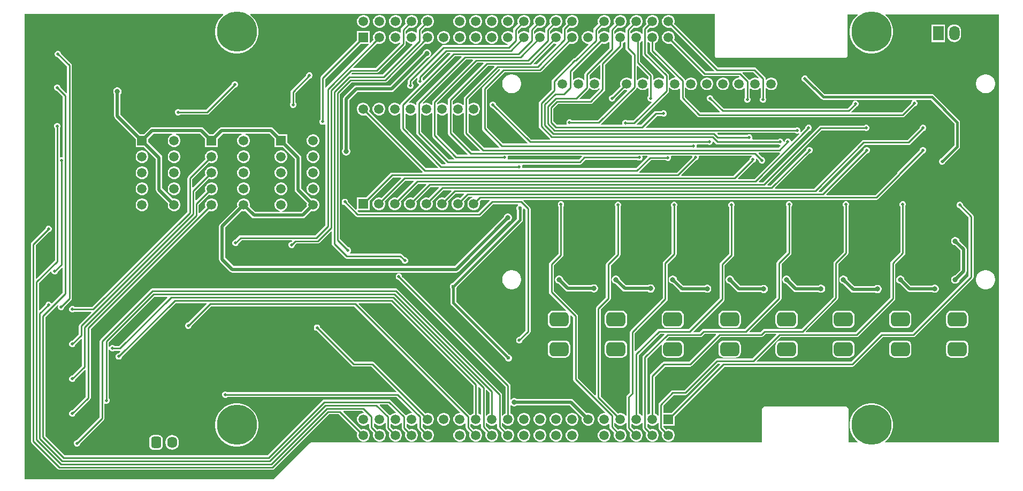
<source format=gbl>
G04*
G04 #@! TF.GenerationSoftware,Altium Limited,Altium Designer,22.8.2 (66)*
G04*
G04 Layer_Physical_Order=2*
G04 Layer_Color=16711680*
%FSLAX25Y25*%
%MOIN*%
G70*
G04*
G04 #@! TF.SameCoordinates,212F37CB-D32F-4CA9-9F40-9CB884434D69*
G04*
G04*
G04 #@! TF.FilePolarity,Positive*
G04*
G01*
G75*
%ADD16C,0.01000*%
%ADD52C,0.02362*%
%ADD56C,0.02000*%
%ADD57C,0.01500*%
%ADD58R,0.05906X0.05906*%
%ADD59C,0.05906*%
G04:AMPARAMS|DCode=60|XSize=86.61mil|YSize=118.11mil|CornerRadius=21.65mil|HoleSize=0mil|Usage=FLASHONLY|Rotation=90.000|XOffset=0mil|YOffset=0mil|HoleType=Round|Shape=RoundedRectangle|*
%AMROUNDEDRECTD60*
21,1,0.08661,0.07480,0,0,90.0*
21,1,0.04331,0.11811,0,0,90.0*
1,1,0.04331,0.03740,0.02165*
1,1,0.04331,0.03740,-0.02165*
1,1,0.04331,-0.03740,-0.02165*
1,1,0.04331,-0.03740,0.02165*
%
%ADD60ROUNDEDRECTD60*%
%ADD61O,0.06500X0.09000*%
%ADD62R,0.06500X0.09000*%
%ADD63O,0.06299X0.07087*%
G04:AMPARAMS|DCode=64|XSize=62.99mil|YSize=70.87mil|CornerRadius=15.75mil|HoleSize=0mil|Usage=FLASHONLY|Rotation=0.000|XOffset=0mil|YOffset=0mil|HoleType=Round|Shape=RoundedRectangle|*
%AMROUNDEDRECTD64*
21,1,0.06299,0.03937,0,0,0.0*
21,1,0.03150,0.07087,0,0,0.0*
1,1,0.03150,0.01575,-0.01968*
1,1,0.03150,-0.01575,-0.01968*
1,1,0.03150,-0.01575,0.01968*
1,1,0.03150,0.01575,0.01968*
%
%ADD64ROUNDEDRECTD64*%
%ADD65C,0.25000*%
%ADD66C,0.01968*%
%ADD67C,0.03150*%
G36*
X431541Y265748D02*
X431658Y265163D01*
X431989Y264667D01*
X432486Y264335D01*
X433071Y264219D01*
X512795D01*
X513381Y264335D01*
X513877Y264667D01*
X514208Y265163D01*
X514325Y265748D01*
Y291353D01*
X520545D01*
X520700Y290878D01*
X520497Y290730D01*
X518994Y289228D01*
X517745Y287509D01*
X516780Y285615D01*
X516124Y283594D01*
X515791Y281495D01*
Y279371D01*
X516124Y277272D01*
X516780Y275251D01*
X517745Y273358D01*
X518994Y271638D01*
X520497Y270136D01*
X522216Y268887D01*
X524109Y267922D01*
X526130Y267266D01*
X528229Y266933D01*
X530354D01*
X532453Y267266D01*
X534474Y267922D01*
X536367Y268887D01*
X538086Y270136D01*
X539589Y271638D01*
X540838Y273358D01*
X541802Y275251D01*
X542459Y277272D01*
X542791Y279371D01*
Y281495D01*
X542459Y283594D01*
X541802Y285615D01*
X540838Y287509D01*
X539589Y289228D01*
X538086Y290730D01*
X537883Y290878D01*
X538038Y291353D01*
X608707D01*
X608707Y24412D01*
X537899D01*
X537744Y24888D01*
X538086Y25136D01*
X539589Y26638D01*
X540838Y28357D01*
X541802Y30251D01*
X542459Y32272D01*
X542791Y34371D01*
Y36496D01*
X542459Y38594D01*
X541802Y40615D01*
X540838Y42509D01*
X539589Y44228D01*
X538086Y45730D01*
X536367Y46979D01*
X534474Y47944D01*
X532453Y48601D01*
X530354Y48933D01*
X528229D01*
X526130Y48601D01*
X524109Y47944D01*
X522216Y46979D01*
X520497Y45730D01*
X518994Y44228D01*
X517745Y42509D01*
X516780Y40615D01*
X516124Y38594D01*
X515791Y36496D01*
Y34371D01*
X516124Y32272D01*
X516780Y30251D01*
X517745Y28357D01*
X518994Y26638D01*
X520497Y25136D01*
X520838Y24888D01*
X520684Y24412D01*
X514915D01*
Y45276D01*
X514799Y45861D01*
X514467Y46357D01*
X513971Y46689D01*
X513386Y46805D01*
X462598D01*
X462013Y46689D01*
X461517Y46357D01*
X461186Y45861D01*
X461069Y45276D01*
Y24412D01*
X180363D01*
X179778Y24296D01*
X179281Y23964D01*
X156847Y1529D01*
X1529D01*
X1529Y291453D01*
X125250Y291453D01*
X125404Y290978D01*
X125064Y290730D01*
X123561Y289228D01*
X122312Y287509D01*
X121347Y285615D01*
X120691Y283594D01*
X120358Y281495D01*
Y279371D01*
X120691Y277272D01*
X121347Y275251D01*
X122312Y273358D01*
X123561Y271638D01*
X125064Y270136D01*
X126783Y268887D01*
X128676Y267922D01*
X130697Y267266D01*
X132796Y266933D01*
X134921D01*
X137020Y267266D01*
X139041Y267922D01*
X140934Y268887D01*
X142653Y270136D01*
X144156Y271638D01*
X145405Y273358D01*
X146369Y275251D01*
X147026Y277272D01*
X147358Y279371D01*
Y281495D01*
X147026Y283594D01*
X146369Y285615D01*
X145405Y287509D01*
X144156Y289228D01*
X142653Y290730D01*
X142312Y290978D01*
X142467Y291453D01*
X431541Y291453D01*
Y265748D01*
D02*
G37*
%LPC*%
G36*
X393316Y290882D02*
X392275D01*
X391270Y290613D01*
X390368Y290092D01*
X389632Y289356D01*
X389112Y288455D01*
X388843Y287450D01*
Y286409D01*
X389111Y285407D01*
X386962Y283259D01*
X386630Y282762D01*
X386514Y282177D01*
Y279394D01*
X386014Y279260D01*
X385958Y279356D01*
X385222Y280092D01*
X384321Y280612D01*
X383316Y280882D01*
X382275D01*
X381270Y280612D01*
X380368Y280092D01*
X379632Y279356D01*
X379589Y279280D01*
X379088Y279414D01*
Y281059D01*
X381274Y283245D01*
X382275Y282976D01*
X383316D01*
X384321Y283246D01*
X385222Y283766D01*
X385958Y284502D01*
X386479Y285403D01*
X386748Y286409D01*
Y287450D01*
X386479Y288455D01*
X385958Y289356D01*
X385222Y290092D01*
X384321Y290613D01*
X383316Y290882D01*
X382275D01*
X381270Y290613D01*
X380368Y290092D01*
X379632Y289356D01*
X379112Y288455D01*
X378842Y287450D01*
Y286409D01*
X379111Y285407D01*
X376478Y282774D01*
X376146Y282278D01*
X376030Y281693D01*
Y279992D01*
X375530Y279785D01*
X375222Y280092D01*
X374321Y280612D01*
X373316Y280882D01*
X372275D01*
X371270Y280612D01*
X370368Y280092D01*
X369632Y279356D01*
X369577Y279260D01*
X369077Y279394D01*
Y281048D01*
X371274Y283245D01*
X372275Y282976D01*
X373316D01*
X374321Y283246D01*
X375222Y283766D01*
X375958Y284502D01*
X376479Y285403D01*
X376748Y286409D01*
Y287450D01*
X376479Y288455D01*
X375958Y289356D01*
X375222Y290092D01*
X374321Y290613D01*
X373316Y290882D01*
X372275D01*
X371270Y290613D01*
X370368Y290092D01*
X369632Y289356D01*
X369112Y288455D01*
X368843Y287450D01*
Y286409D01*
X369111Y285407D01*
X366466Y282763D01*
X366134Y282266D01*
X366018Y281681D01*
Y280004D01*
X365518Y279797D01*
X365222Y280092D01*
X364321Y280612D01*
X363316Y280882D01*
X362275D01*
X361270Y280612D01*
X360368Y280092D01*
X359632Y279356D01*
X359577Y279260D01*
X359077Y279394D01*
Y281048D01*
X361274Y283245D01*
X362275Y282976D01*
X363316D01*
X364321Y283246D01*
X365222Y283766D01*
X365958Y284502D01*
X366479Y285403D01*
X366748Y286409D01*
Y287450D01*
X366479Y288455D01*
X365958Y289356D01*
X365222Y290092D01*
X364321Y290613D01*
X363316Y290882D01*
X362275D01*
X361270Y290613D01*
X360368Y290092D01*
X359632Y289356D01*
X359112Y288455D01*
X358842Y287450D01*
Y286409D01*
X359111Y285407D01*
X356466Y282763D01*
X356134Y282266D01*
X356018Y281681D01*
Y280004D01*
X355518Y279797D01*
X355222Y280092D01*
X354321Y280612D01*
X353316Y280882D01*
X352275D01*
X351270Y280612D01*
X350368Y280092D01*
X349632Y279356D01*
X349112Y278455D01*
X348843Y277449D01*
Y276409D01*
X349112Y275403D01*
X349632Y274502D01*
X350368Y273766D01*
X351270Y273246D01*
X352275Y272976D01*
X352693D01*
X352900Y272476D01*
X344417Y263993D01*
X343915Y263893D01*
X343419Y263562D01*
X330442Y250585D01*
X330111Y250089D01*
X329994Y249504D01*
Y244507D01*
X322478Y236990D01*
X322146Y236494D01*
X322030Y235909D01*
Y221499D01*
X322146Y220914D01*
X322478Y220418D01*
X329016Y213879D01*
X329074Y213840D01*
X328922Y213340D01*
X317169D01*
X295291Y235218D01*
Y235434D01*
X294989Y236163D01*
X294431Y236721D01*
X293702Y237024D01*
X292912D01*
X292183Y236721D01*
X291625Y236163D01*
X291323Y235434D01*
Y234645D01*
X291625Y233915D01*
X292183Y233357D01*
X292912Y233055D01*
X293128D01*
X314865Y211318D01*
X314674Y210856D01*
X299574D01*
X289718Y220712D01*
Y244248D01*
X300634Y255164D01*
X322559D01*
X323144Y255280D01*
X323640Y255611D01*
X341274Y273245D01*
X342275Y272976D01*
X343316D01*
X344321Y273246D01*
X345222Y273766D01*
X345958Y274502D01*
X346479Y275403D01*
X346748Y276409D01*
Y277449D01*
X346479Y278455D01*
X345958Y279356D01*
X345222Y280092D01*
X344321Y280612D01*
X343316Y280882D01*
X342275D01*
X341270Y280612D01*
X340368Y280092D01*
X340073Y279797D01*
X339573Y280004D01*
Y281544D01*
X341274Y283245D01*
X342275Y282976D01*
X343316D01*
X344321Y283246D01*
X345222Y283766D01*
X345958Y284502D01*
X346479Y285403D01*
X346748Y286409D01*
Y287450D01*
X346479Y288455D01*
X345958Y289356D01*
X345222Y290092D01*
X344321Y290613D01*
X343316Y290882D01*
X342275D01*
X341270Y290613D01*
X340368Y290092D01*
X339632Y289356D01*
X339112Y288455D01*
X338843Y287450D01*
Y286409D01*
X339111Y285407D01*
X336962Y283259D01*
X336630Y282762D01*
X336514Y282177D01*
Y279394D01*
X336014Y279260D01*
X335958Y279356D01*
X335222Y280092D01*
X334321Y280612D01*
X333316Y280882D01*
X332275D01*
X331270Y280612D01*
X330368Y280092D01*
X329632Y279356D01*
X329577Y279260D01*
X329077Y279394D01*
Y281048D01*
X331274Y283245D01*
X332275Y282976D01*
X333316D01*
X334321Y283246D01*
X335222Y283766D01*
X335958Y284502D01*
X336479Y285403D01*
X336748Y286409D01*
Y287450D01*
X336479Y288455D01*
X335958Y289356D01*
X335222Y290092D01*
X334321Y290613D01*
X333316Y290882D01*
X332275D01*
X331270Y290613D01*
X330368Y290092D01*
X329632Y289356D01*
X329112Y288455D01*
X328842Y287450D01*
Y286409D01*
X329111Y285407D01*
X326466Y282763D01*
X326134Y282266D01*
X326018Y281681D01*
Y280004D01*
X325518Y279797D01*
X325222Y280092D01*
X324321Y280612D01*
X323316Y280882D01*
X322275D01*
X321270Y280612D01*
X320368Y280092D01*
X319632Y279356D01*
X319577Y279260D01*
X319077Y279394D01*
Y281048D01*
X321274Y283245D01*
X322275Y282976D01*
X323316D01*
X324321Y283246D01*
X325222Y283766D01*
X325958Y284502D01*
X326479Y285403D01*
X326748Y286409D01*
Y287450D01*
X326479Y288455D01*
X325958Y289356D01*
X325222Y290092D01*
X324321Y290613D01*
X323316Y290882D01*
X322275D01*
X321270Y290613D01*
X320368Y290092D01*
X319632Y289356D01*
X319112Y288455D01*
X318843Y287450D01*
Y286409D01*
X319111Y285407D01*
X316466Y282763D01*
X316134Y282266D01*
X316018Y281681D01*
Y280004D01*
X315518Y279797D01*
X315222Y280092D01*
X314321Y280612D01*
X313316Y280882D01*
X312275D01*
X311270Y280612D01*
X310368Y280092D01*
X309632Y279356D01*
X309577Y279260D01*
X309077Y279394D01*
Y281048D01*
X311274Y283245D01*
X312275Y282976D01*
X313316D01*
X314321Y283246D01*
X315222Y283766D01*
X315958Y284502D01*
X316479Y285403D01*
X316748Y286409D01*
Y287450D01*
X316479Y288455D01*
X315958Y289356D01*
X315222Y290092D01*
X314321Y290613D01*
X313316Y290882D01*
X312275D01*
X311270Y290613D01*
X310368Y290092D01*
X309632Y289356D01*
X309112Y288455D01*
X308842Y287450D01*
Y286409D01*
X309111Y285407D01*
X306466Y282763D01*
X306134Y282266D01*
X306018Y281681D01*
Y280004D01*
X305518Y279797D01*
X305222Y280092D01*
X304321Y280612D01*
X303316Y280882D01*
X302275D01*
X301270Y280612D01*
X300368Y280092D01*
X299632Y279356D01*
X299112Y278455D01*
X298843Y277449D01*
Y276409D01*
X299112Y275403D01*
X299632Y274502D01*
X300368Y273766D01*
X301270Y273246D01*
X302275Y272976D01*
X302476D01*
X302700Y272479D01*
X302501Y272222D01*
X262819D01*
X262234Y272106D01*
X261737Y271774D01*
X240879Y250916D01*
X240548Y250420D01*
X240431Y249835D01*
Y247944D01*
X240142Y247245D01*
Y246456D01*
X240444Y245726D01*
X241002Y245168D01*
X241731Y244866D01*
X242521D01*
X243250Y245168D01*
X243808Y245726D01*
X244110Y246456D01*
Y247245D01*
X243808Y247974D01*
X243490Y248292D01*
Y249201D01*
X246040Y251751D01*
X246502Y251560D01*
Y250883D01*
X246349Y250730D01*
X246047Y250001D01*
Y249212D01*
X246349Y248482D01*
X246907Y247924D01*
X247267Y247775D01*
X247385Y247185D01*
X236293Y236093D01*
X235961Y235597D01*
X235845Y235012D01*
Y234956D01*
X235345Y234812D01*
X234711Y235447D01*
X233809Y235967D01*
X232804Y236236D01*
X231763D01*
X230758Y235967D01*
X229856Y235447D01*
X229120Y234711D01*
X228600Y233809D01*
X228331Y232804D01*
Y231763D01*
X228600Y230758D01*
X229120Y229856D01*
X229856Y229120D01*
X230758Y228600D01*
X231763Y228331D01*
X232804D01*
X233809Y228600D01*
X234711Y229120D01*
X235345Y229755D01*
X235845Y229611D01*
Y220106D01*
X235961Y219521D01*
X236293Y219025D01*
X259428Y195890D01*
X259236Y195428D01*
X251617D01*
X216283Y230762D01*
X216551Y231763D01*
Y232804D01*
X216282Y233809D01*
X215761Y234711D01*
X215025Y235447D01*
X214124Y235967D01*
X213119Y236236D01*
X212078D01*
X211073Y235967D01*
X210171Y235447D01*
X209435Y234711D01*
X208915Y233809D01*
X208646Y232804D01*
Y231763D01*
X208915Y230758D01*
X209435Y229856D01*
X210171Y229120D01*
X211073Y228600D01*
X212078Y228331D01*
X213119D01*
X214120Y228599D01*
X249524Y193195D01*
X249317Y192695D01*
X230535D01*
X229950Y192578D01*
X229454Y192247D01*
X214388Y177181D01*
X208646D01*
Y169815D01*
X208146Y169608D01*
X203165Y174588D01*
Y174804D01*
X202863Y175533D01*
X202305Y176092D01*
X201576Y176394D01*
X200786D01*
X200057Y176092D01*
X199499Y175533D01*
X199197Y174804D01*
Y174015D01*
X199499Y173285D01*
X200057Y172727D01*
X200786Y172425D01*
X201003D01*
X207974Y165454D01*
X208470Y165122D01*
X209055Y165006D01*
X285039D01*
X285625Y165122D01*
X286121Y165454D01*
X293547Y172880D01*
X309043D01*
X309142Y172380D01*
X309001Y172321D01*
X308387Y171708D01*
X308055Y170906D01*
Y170039D01*
X308387Y169237D01*
X308452Y169172D01*
Y163920D01*
X268314Y123783D01*
X268304D01*
X267502Y123451D01*
X266889Y122837D01*
X266557Y122035D01*
Y121168D01*
X266889Y120366D01*
X266953Y120301D01*
Y111577D01*
X267089Y110894D01*
X267476Y110316D01*
X300969Y76823D01*
Y76731D01*
X301301Y75930D01*
X301914Y75316D01*
X302716Y74984D01*
X303584D01*
X304385Y75316D01*
X304999Y75930D01*
X305331Y76731D01*
Y77599D01*
X304999Y78401D01*
X304385Y79014D01*
X303584Y79347D01*
X303492D01*
X270522Y112316D01*
Y120301D01*
X270587Y120366D01*
X270919Y121168D01*
Y121340D01*
X311498Y161919D01*
X311498Y161919D01*
X311885Y162498D01*
X312020Y163181D01*
Y169172D01*
X312085Y169237D01*
X312417Y170039D01*
Y170200D01*
X312879Y170391D01*
X313825Y169445D01*
Y94334D01*
X309664Y90173D01*
X309448D01*
X308718Y89871D01*
X308160Y89313D01*
X307858Y88584D01*
Y87794D01*
X308160Y87065D01*
X308718Y86507D01*
X309448Y86205D01*
X310237D01*
X310966Y86507D01*
X311525Y87065D01*
X311827Y87794D01*
Y88010D01*
X316436Y92619D01*
X316767Y93116D01*
X316884Y93701D01*
Y170079D01*
X316767Y170664D01*
X316436Y171160D01*
X312460Y175136D01*
X312667Y175636D01*
X532283D01*
X532869Y175752D01*
X533365Y176084D01*
X547839Y190558D01*
X548171Y191054D01*
X548228Y191340D01*
X561596Y204709D01*
X561812D01*
X562541Y205011D01*
X563099Y205569D01*
X563402Y206298D01*
Y207088D01*
X563099Y207817D01*
X562541Y208375D01*
X561812Y208677D01*
X561023D01*
X560293Y208375D01*
X559735Y207817D01*
X559433Y207088D01*
Y206872D01*
X545676Y193115D01*
X545345Y192619D01*
X545288Y192333D01*
X531650Y178695D01*
X501196D01*
X501005Y179157D01*
X526557Y204709D01*
X526773D01*
X527502Y205011D01*
X528060Y205569D01*
X528362Y206298D01*
Y207088D01*
X528060Y207817D01*
X527502Y208375D01*
X526773Y208677D01*
X525983D01*
X525254Y208375D01*
X524696Y207817D01*
X524394Y207088D01*
Y206872D01*
X498217Y180695D01*
X496533D01*
X496342Y181157D01*
X525073Y209888D01*
X552362D01*
X552948Y210004D01*
X553444Y210336D01*
X561596Y218488D01*
X561812D01*
X562541Y218790D01*
X563099Y219349D01*
X563402Y220078D01*
Y220867D01*
X563099Y221596D01*
X562541Y222155D01*
X561812Y222457D01*
X561023D01*
X560293Y222155D01*
X559735Y221596D01*
X559433Y220867D01*
Y220651D01*
X551729Y212947D01*
X524439D01*
X523854Y212830D01*
X523358Y212499D01*
X493554Y182695D01*
X469369D01*
X469178Y183157D01*
X490730Y204709D01*
X490946D01*
X491675Y205011D01*
X492233Y205569D01*
X492535Y206298D01*
Y207088D01*
X492233Y207817D01*
X491675Y208375D01*
X490946Y208677D01*
X490157D01*
X489427Y208375D01*
X488869Y207817D01*
X488567Y207088D01*
Y206872D01*
X466390Y184695D01*
X464645D01*
X464453Y185157D01*
X498240Y218943D01*
X524708D01*
X524860Y218790D01*
X525590Y218488D01*
X526379D01*
X527108Y218790D01*
X527666Y219349D01*
X527969Y220078D01*
Y220867D01*
X527666Y221596D01*
X527108Y222155D01*
X526379Y222457D01*
X525590D01*
X524860Y222155D01*
X524708Y222002D01*
X497606D01*
X497021Y221885D01*
X496525Y221554D01*
X461666Y186695D01*
X459196D01*
X459005Y187157D01*
X490336Y218488D01*
X490552D01*
X491282Y218790D01*
X491840Y219349D01*
X492142Y220078D01*
Y220867D01*
X491840Y221596D01*
X491282Y222155D01*
X490552Y222457D01*
X489763D01*
X489034Y222155D01*
X488475Y221596D01*
X488173Y220867D01*
Y220651D01*
X485293Y217771D01*
X484869Y218054D01*
X485055Y218503D01*
Y219292D01*
X484753Y220022D01*
X484195Y220580D01*
X483466Y220882D01*
X482676D01*
X481947Y220580D01*
X481857Y220490D01*
X388733D01*
X388542Y220952D01*
X395529Y227939D01*
X398487D01*
X398640Y227786D01*
X399369Y227484D01*
X400159D01*
X400888Y227786D01*
X401446Y228344D01*
X401748Y229074D01*
Y229863D01*
X401446Y230592D01*
X400888Y231151D01*
X400159Y231453D01*
X399369D01*
X398640Y231151D01*
X398487Y230998D01*
X394895D01*
X394310Y230882D01*
X393814Y230550D01*
X385754Y222490D01*
X383234D01*
X383027Y222990D01*
X402605Y242568D01*
X402937Y243064D01*
X403053Y243650D01*
Y245567D01*
X403553Y245701D01*
X403609Y245604D01*
X404345Y244868D01*
X405246Y244348D01*
X406251Y244079D01*
X407292D01*
X408297Y244348D01*
X409199Y244868D01*
X409494Y245164D01*
X409994Y244957D01*
Y239264D01*
X410111Y238679D01*
X410442Y238182D01*
X420966Y227659D01*
X421462Y227327D01*
X422047Y227211D01*
X548819D01*
X549404Y227327D01*
X549900Y227659D01*
X556084Y233842D01*
X556300D01*
X557029Y234145D01*
X557588Y234703D01*
X557890Y235432D01*
Y236222D01*
X557588Y236951D01*
X557059Y237479D01*
X557071Y237623D01*
X557200Y237980D01*
X566190D01*
X580893Y223277D01*
Y209794D01*
X572587Y201488D01*
X572104Y201289D01*
X571546Y200730D01*
X571244Y200001D01*
Y199212D01*
X571546Y198482D01*
X572104Y197924D01*
X572834Y197622D01*
X573623D01*
X574352Y197924D01*
X574910Y198482D01*
X575110Y198965D01*
X583939Y207793D01*
X584326Y208372D01*
X584461Y209055D01*
X584461Y209055D01*
Y224016D01*
X584461Y224016D01*
X584326Y224699D01*
X583939Y225277D01*
X583939Y225277D01*
X568191Y241025D01*
X567612Y241412D01*
X566929Y241548D01*
X499952D01*
X489677Y251822D01*
X489477Y252305D01*
X488919Y252863D01*
X488190Y253165D01*
X487401D01*
X486671Y252863D01*
X486113Y252305D01*
X485811Y251576D01*
Y250786D01*
X486113Y250057D01*
X486671Y249499D01*
X487154Y249299D01*
X497951Y238502D01*
X497951Y238502D01*
X498530Y238115D01*
X499213Y237980D01*
X554611D01*
X554740Y237623D01*
X554752Y237479D01*
X554223Y236951D01*
X553921Y236222D01*
Y236005D01*
X548185Y230270D01*
X516944D01*
X516753Y230732D01*
X519520Y233498D01*
X519632D01*
X520362Y233801D01*
X520920Y234359D01*
X521222Y235088D01*
Y235877D01*
X520920Y236607D01*
X520362Y237165D01*
X519632Y237467D01*
X518843D01*
X518114Y237165D01*
X517556Y236607D01*
X517254Y235877D01*
Y235558D01*
X514327Y232632D01*
X437248D01*
X430724Y239155D01*
Y239371D01*
X430422Y240100D01*
X429864Y240658D01*
X429135Y240961D01*
X428345D01*
X427616Y240658D01*
X427058Y240100D01*
X426756Y239371D01*
Y238582D01*
X427058Y237852D01*
X427616Y237294D01*
X428345Y236992D01*
X428561D01*
X434822Y230732D01*
X434631Y230270D01*
X422681D01*
X413053Y239897D01*
Y245567D01*
X413553Y245701D01*
X413609Y245604D01*
X414345Y244868D01*
X415246Y244348D01*
X416251Y244079D01*
X417292D01*
X418297Y244348D01*
X419199Y244868D01*
X419935Y245604D01*
X420455Y246506D01*
X420724Y247511D01*
Y248552D01*
X420455Y249557D01*
X419935Y250459D01*
X419199Y251195D01*
X418297Y251715D01*
X417292Y251984D01*
X416251D01*
X415246Y251715D01*
X414345Y251195D01*
X413609Y250459D01*
X413507Y250282D01*
X412980Y250369D01*
X412937Y250585D01*
X412605Y251081D01*
X394325Y269362D01*
Y273248D01*
X395222Y273766D01*
X395958Y274502D01*
X396479Y275403D01*
X396748Y276409D01*
Y277449D01*
X396479Y278455D01*
X395958Y279356D01*
X395222Y280092D01*
X394321Y280612D01*
X393316Y280882D01*
X392275D01*
X391270Y280612D01*
X390368Y280092D01*
X390073Y279797D01*
X389573Y280004D01*
Y281544D01*
X391274Y283245D01*
X392275Y282976D01*
X393316D01*
X394321Y283246D01*
X395222Y283766D01*
X395958Y284502D01*
X396479Y285403D01*
X396748Y286409D01*
Y287450D01*
X396479Y288455D01*
X395958Y289356D01*
X395222Y290092D01*
X394321Y290613D01*
X393316Y290882D01*
D02*
G37*
G36*
X303316D02*
X302275D01*
X301270Y290613D01*
X300368Y290092D01*
X299632Y289356D01*
X299112Y288455D01*
X298843Y287450D01*
Y286409D01*
X299112Y285403D01*
X299632Y284502D01*
X300368Y283766D01*
X301270Y283246D01*
X302275Y282976D01*
X303316D01*
X304321Y283246D01*
X305222Y283766D01*
X305958Y284502D01*
X306479Y285403D01*
X306748Y286409D01*
Y287450D01*
X306479Y288455D01*
X305958Y289356D01*
X305222Y290092D01*
X304321Y290613D01*
X303316Y290882D01*
D02*
G37*
G36*
X293316D02*
X292275D01*
X291270Y290613D01*
X290368Y290092D01*
X289632Y289356D01*
X289112Y288455D01*
X288843Y287450D01*
Y286409D01*
X289112Y285403D01*
X289632Y284502D01*
X290368Y283766D01*
X291270Y283246D01*
X292275Y282976D01*
X293316D01*
X294321Y283246D01*
X295222Y283766D01*
X295958Y284502D01*
X296479Y285403D01*
X296748Y286409D01*
Y287450D01*
X296479Y288455D01*
X295958Y289356D01*
X295222Y290092D01*
X294321Y290613D01*
X293316Y290882D01*
D02*
G37*
G36*
X283316D02*
X282275D01*
X281270Y290613D01*
X280368Y290092D01*
X279632Y289356D01*
X279112Y288455D01*
X278842Y287450D01*
Y286409D01*
X279112Y285403D01*
X279632Y284502D01*
X280368Y283766D01*
X281270Y283246D01*
X282275Y282976D01*
X283316D01*
X284321Y283246D01*
X285222Y283766D01*
X285958Y284502D01*
X286479Y285403D01*
X286748Y286409D01*
Y287450D01*
X286479Y288455D01*
X285958Y289356D01*
X285222Y290092D01*
X284321Y290613D01*
X283316Y290882D01*
D02*
G37*
G36*
X273316D02*
X272275D01*
X271270Y290613D01*
X270368Y290092D01*
X269632Y289356D01*
X269112Y288455D01*
X268843Y287450D01*
Y286409D01*
X269112Y285403D01*
X269632Y284502D01*
X270368Y283766D01*
X271270Y283246D01*
X272275Y282976D01*
X273316D01*
X274321Y283246D01*
X275222Y283766D01*
X275958Y284502D01*
X276479Y285403D01*
X276748Y286409D01*
Y287450D01*
X276479Y288455D01*
X275958Y289356D01*
X275222Y290092D01*
X274321Y290613D01*
X273316Y290882D01*
D02*
G37*
G36*
X253316D02*
X252275D01*
X251270Y290613D01*
X250368Y290092D01*
X249632Y289356D01*
X249112Y288455D01*
X248843Y287450D01*
Y286409D01*
X249111Y285407D01*
X246466Y282763D01*
X246134Y282266D01*
X246018Y281681D01*
Y280004D01*
X245518Y279797D01*
X245222Y280092D01*
X244321Y280612D01*
X243316Y280882D01*
X242275D01*
X241270Y280612D01*
X240368Y280092D01*
X239632Y279356D01*
X239577Y279260D01*
X239077Y279394D01*
Y281048D01*
X241274Y283245D01*
X242275Y282976D01*
X243316D01*
X244321Y283246D01*
X245222Y283766D01*
X245958Y284502D01*
X246479Y285403D01*
X246748Y286409D01*
Y287450D01*
X246479Y288455D01*
X245958Y289356D01*
X245222Y290092D01*
X244321Y290613D01*
X243316Y290882D01*
X242275D01*
X241270Y290613D01*
X240368Y290092D01*
X239632Y289356D01*
X239112Y288455D01*
X238843Y287450D01*
Y286409D01*
X239111Y285407D01*
X236466Y282763D01*
X236134Y282266D01*
X236018Y281681D01*
Y280004D01*
X235518Y279797D01*
X235222Y280092D01*
X234321Y280612D01*
X233316Y280882D01*
X232275D01*
X231270Y280612D01*
X230368Y280092D01*
X229632Y279356D01*
X229112Y278455D01*
X228842Y277449D01*
Y276409D01*
X229112Y275403D01*
X229632Y274502D01*
X230368Y273766D01*
X231270Y273246D01*
X232275Y272976D01*
X233316D01*
X234321Y273246D01*
X235222Y273766D01*
X235233Y273777D01*
X235770Y273607D01*
X235805Y273401D01*
X220233Y257829D01*
X206490D01*
X206299Y258291D01*
X221260Y273251D01*
X221270Y273246D01*
X222275Y272976D01*
X223316D01*
X224321Y273246D01*
X225222Y273766D01*
X225958Y274502D01*
X226479Y275403D01*
X226748Y276409D01*
Y277449D01*
X226479Y278455D01*
X225958Y279356D01*
X225222Y280092D01*
X224321Y280612D01*
X223316Y280882D01*
X222275D01*
X221270Y280612D01*
X220368Y280092D01*
X219632Y279356D01*
X219112Y278455D01*
X218843Y277449D01*
Y276409D01*
X219106Y275424D01*
X217210Y273527D01*
X216748Y273719D01*
Y280882D01*
X208842D01*
Y275139D01*
X186320Y252617D01*
X185989Y252121D01*
X185872Y251535D01*
Y225686D01*
X185719Y225533D01*
X185417Y224804D01*
Y224015D01*
X185719Y223286D01*
X186278Y222727D01*
X187007Y222425D01*
X187796D01*
X188526Y222727D01*
X188560Y222762D01*
X189022Y222570D01*
Y159761D01*
X182790Y153529D01*
X136252D01*
X135667Y153413D01*
X135170Y153081D01*
X132892Y150803D01*
X132676D01*
X131947Y150501D01*
X131389Y149943D01*
X131087Y149214D01*
Y148424D01*
X131389Y147695D01*
X131947Y147137D01*
X132676Y146835D01*
X133466D01*
X134195Y147137D01*
X134753Y147695D01*
X135055Y148424D01*
Y148640D01*
X136885Y150471D01*
X168127D01*
X168318Y150009D01*
X167932Y149622D01*
X167716D01*
X166986Y149320D01*
X166428Y148762D01*
X166126Y148032D01*
Y147243D01*
X166428Y146514D01*
X166986Y145956D01*
X167716Y145653D01*
X168505D01*
X169234Y145956D01*
X169792Y146514D01*
X170095Y147243D01*
Y147459D01*
X171106Y148471D01*
X184252D01*
X184837Y148587D01*
X185333Y148919D01*
X192560Y156145D01*
X193022Y155954D01*
Y148362D01*
X193138Y147777D01*
X193470Y147281D01*
X201249Y139501D01*
X201746Y139170D01*
X202331Y139053D01*
X235162D01*
X236598Y137617D01*
Y137401D01*
X236900Y136671D01*
X237459Y136113D01*
X238188Y135811D01*
X238977D01*
X239707Y136113D01*
X240265Y136671D01*
X240567Y137401D01*
Y138190D01*
X240265Y138919D01*
X239707Y139477D01*
X238977Y139779D01*
X238761D01*
X236877Y141664D01*
X236381Y141996D01*
X235795Y142112D01*
X204680D01*
X204473Y142612D01*
X204832Y142971D01*
X205134Y143700D01*
Y144489D01*
X204832Y145219D01*
X204274Y145777D01*
X203544Y146079D01*
X203328D01*
X198081Y151326D01*
Y241587D01*
X205358Y248864D01*
X226260D01*
X226845Y248981D01*
X227341Y249312D01*
X251274Y273245D01*
X252275Y272976D01*
X253316D01*
X254321Y273246D01*
X255222Y273766D01*
X255958Y274502D01*
X256479Y275403D01*
X256748Y276409D01*
Y277449D01*
X256479Y278455D01*
X255958Y279356D01*
X255222Y280092D01*
X254321Y280612D01*
X253316Y280882D01*
X252275D01*
X251270Y280612D01*
X250368Y280092D01*
X249632Y279356D01*
X249577Y279260D01*
X249077Y279394D01*
Y281048D01*
X251274Y283245D01*
X252275Y282976D01*
X253316D01*
X254321Y283246D01*
X255222Y283766D01*
X255958Y284502D01*
X256479Y285403D01*
X256748Y286409D01*
Y287450D01*
X256479Y288455D01*
X255958Y289356D01*
X255222Y290092D01*
X254321Y290613D01*
X253316Y290882D01*
D02*
G37*
G36*
X233316D02*
X232275D01*
X231270Y290613D01*
X230368Y290092D01*
X229632Y289356D01*
X229112Y288455D01*
X228842Y287450D01*
Y286409D01*
X229112Y285403D01*
X229632Y284502D01*
X230368Y283766D01*
X231270Y283246D01*
X232275Y282976D01*
X233316D01*
X234321Y283246D01*
X235222Y283766D01*
X235958Y284502D01*
X236479Y285403D01*
X236748Y286409D01*
Y287450D01*
X236479Y288455D01*
X235958Y289356D01*
X235222Y290092D01*
X234321Y290613D01*
X233316Y290882D01*
D02*
G37*
G36*
X223316D02*
X222275D01*
X221270Y290613D01*
X220368Y290092D01*
X219632Y289356D01*
X219112Y288455D01*
X218843Y287450D01*
Y286409D01*
X219112Y285403D01*
X219632Y284502D01*
X220368Y283766D01*
X221270Y283246D01*
X222275Y282976D01*
X223316D01*
X224321Y283246D01*
X225222Y283766D01*
X225958Y284502D01*
X226479Y285403D01*
X226748Y286409D01*
Y287450D01*
X226479Y288455D01*
X225958Y289356D01*
X225222Y290092D01*
X224321Y290613D01*
X223316Y290882D01*
D02*
G37*
G36*
X213316D02*
X212275D01*
X211270Y290613D01*
X210368Y290092D01*
X209632Y289356D01*
X209112Y288455D01*
X208842Y287450D01*
Y286409D01*
X209112Y285403D01*
X209632Y284502D01*
X210368Y283766D01*
X211270Y283246D01*
X212275Y282976D01*
X213316D01*
X214321Y283246D01*
X215222Y283766D01*
X215958Y284502D01*
X216479Y285403D01*
X216748Y286409D01*
Y287450D01*
X216479Y288455D01*
X215958Y289356D01*
X215222Y290092D01*
X214321Y290613D01*
X213316Y290882D01*
D02*
G37*
G36*
X575116Y285028D02*
X566616D01*
Y274028D01*
X575116D01*
Y285028D01*
D02*
G37*
G36*
X580866Y285064D02*
X579757Y284918D01*
X578723Y284490D01*
X577835Y283809D01*
X577154Y282921D01*
X576726Y281887D01*
X576580Y280778D01*
Y278278D01*
X576726Y277168D01*
X577154Y276134D01*
X577835Y275246D01*
X578723Y274565D01*
X579757Y274137D01*
X580866Y273991D01*
X581976Y274137D01*
X583009Y274565D01*
X583897Y275246D01*
X584579Y276134D01*
X585007Y277168D01*
X585153Y278278D01*
Y280778D01*
X585007Y281887D01*
X584579Y282921D01*
X583897Y283809D01*
X583009Y284490D01*
X581976Y284918D01*
X580866Y285064D01*
D02*
G37*
G36*
X293316Y280882D02*
X292275D01*
X291270Y280612D01*
X290368Y280092D01*
X289632Y279356D01*
X289112Y278455D01*
X288843Y277449D01*
Y276409D01*
X289112Y275403D01*
X289632Y274502D01*
X290368Y273766D01*
X291270Y273246D01*
X292275Y272976D01*
X293316D01*
X294321Y273246D01*
X295222Y273766D01*
X295958Y274502D01*
X296479Y275403D01*
X296748Y276409D01*
Y277449D01*
X296479Y278455D01*
X295958Y279356D01*
X295222Y280092D01*
X294321Y280612D01*
X293316Y280882D01*
D02*
G37*
G36*
X283316D02*
X282275D01*
X281270Y280612D01*
X280368Y280092D01*
X279632Y279356D01*
X279112Y278455D01*
X278842Y277449D01*
Y276409D01*
X279112Y275403D01*
X279632Y274502D01*
X280368Y273766D01*
X281270Y273246D01*
X282275Y272976D01*
X283316D01*
X284321Y273246D01*
X285222Y273766D01*
X285958Y274502D01*
X286479Y275403D01*
X286748Y276409D01*
Y277449D01*
X286479Y278455D01*
X285958Y279356D01*
X285222Y280092D01*
X284321Y280612D01*
X283316Y280882D01*
D02*
G37*
G36*
X273316D02*
X272275D01*
X271270Y280612D01*
X270368Y280092D01*
X269632Y279356D01*
X269112Y278455D01*
X268843Y277449D01*
Y276409D01*
X269112Y275403D01*
X269632Y274502D01*
X270368Y273766D01*
X271270Y273246D01*
X272275Y272976D01*
X273316D01*
X274321Y273246D01*
X275222Y273766D01*
X275958Y274502D01*
X276479Y275403D01*
X276748Y276409D01*
Y277449D01*
X276479Y278455D01*
X275958Y279356D01*
X275222Y280092D01*
X274321Y280612D01*
X273316Y280882D01*
D02*
G37*
G36*
X263316D02*
X262275D01*
X261270Y280612D01*
X260368Y280092D01*
X259632Y279356D01*
X259112Y278455D01*
X258842Y277449D01*
Y276409D01*
X259112Y275403D01*
X259632Y274502D01*
X260368Y273766D01*
X261270Y273246D01*
X262275Y272976D01*
X263316D01*
X264321Y273246D01*
X265222Y273766D01*
X265958Y274502D01*
X266479Y275403D01*
X266748Y276409D01*
Y277449D01*
X266479Y278455D01*
X265958Y279356D01*
X265222Y280092D01*
X264321Y280612D01*
X263316Y280882D01*
D02*
G37*
G36*
X403316Y290882D02*
X402275D01*
X401270Y290613D01*
X400368Y290092D01*
X399632Y289356D01*
X399112Y288455D01*
X398843Y287450D01*
Y286409D01*
X399112Y285403D01*
X399632Y284502D01*
X400368Y283766D01*
X401270Y283246D01*
X402275Y282976D01*
X403316D01*
X404317Y283245D01*
X431240Y256322D01*
X431048Y255860D01*
X426027D01*
X406480Y275408D01*
X406748Y276409D01*
Y277449D01*
X406479Y278455D01*
X405958Y279356D01*
X405222Y280092D01*
X404321Y280612D01*
X403316Y280882D01*
X402275D01*
X401270Y280612D01*
X400368Y280092D01*
X399632Y279356D01*
X399112Y278455D01*
X398843Y277449D01*
Y276409D01*
X399112Y275403D01*
X399632Y274502D01*
X400368Y273766D01*
X401270Y273246D01*
X402275Y272976D01*
X403316D01*
X404317Y273245D01*
X424312Y253249D01*
X424808Y252918D01*
X425394Y252801D01*
X446540D01*
X446850Y252422D01*
X446669Y251984D01*
X446251D01*
X445246Y251715D01*
X444345Y251195D01*
X443609Y250459D01*
X443088Y249557D01*
X442819Y248552D01*
Y247511D01*
X443088Y246506D01*
X443609Y245604D01*
X444345Y244868D01*
X445246Y244348D01*
X446251Y244079D01*
X447292D01*
X448297Y244348D01*
X449199Y244868D01*
X449935Y245604D01*
X449956Y245642D01*
X450439Y245512D01*
Y239466D01*
X450286Y239313D01*
X449984Y238584D01*
Y237794D01*
X450286Y237065D01*
X450844Y236507D01*
X451574Y236205D01*
X452363D01*
X453092Y236507D01*
X453651Y237065D01*
X453953Y237794D01*
Y238584D01*
X453651Y239313D01*
X453498Y239466D01*
Y245008D01*
X453998Y245215D01*
X454345Y244868D01*
X455246Y244348D01*
X456251Y244079D01*
X457292D01*
X458297Y244348D01*
X459199Y244868D01*
X459782Y245451D01*
X460282Y245244D01*
Y239466D01*
X460129Y239313D01*
X459827Y238584D01*
Y237794D01*
X460129Y237065D01*
X460687Y236507D01*
X461416Y236205D01*
X462206D01*
X462935Y236507D01*
X463493Y237065D01*
X463795Y237794D01*
Y238584D01*
X463493Y239313D01*
X463340Y239466D01*
Y245166D01*
X463840Y245373D01*
X464345Y244868D01*
X465246Y244348D01*
X466251Y244079D01*
X467292D01*
X468297Y244348D01*
X469199Y244868D01*
X469935Y245604D01*
X470455Y246506D01*
X470724Y247511D01*
Y248552D01*
X470455Y249557D01*
X469935Y250459D01*
X469199Y251195D01*
X468297Y251715D01*
X467292Y251984D01*
X466251D01*
X465246Y251715D01*
X464345Y251195D01*
X463840Y250690D01*
X463340Y250897D01*
Y251181D01*
X463224Y251766D01*
X462892Y252262D01*
X457381Y257774D01*
X456884Y258106D01*
X456299Y258222D01*
X433665D01*
X406480Y285407D01*
X406748Y286409D01*
Y287450D01*
X406479Y288455D01*
X405958Y289356D01*
X405222Y290092D01*
X404321Y290613D01*
X403316Y290882D01*
D02*
G37*
G36*
X437292Y251984D02*
X436251D01*
X435246Y251715D01*
X434345Y251195D01*
X433609Y250459D01*
X433088Y249557D01*
X432819Y248552D01*
Y247511D01*
X433088Y246506D01*
X433609Y245604D01*
X434345Y244868D01*
X435246Y244348D01*
X436251Y244079D01*
X437292D01*
X438297Y244348D01*
X439199Y244868D01*
X439935Y245604D01*
X440455Y246506D01*
X440724Y247511D01*
Y248552D01*
X440455Y249557D01*
X439935Y250459D01*
X439199Y251195D01*
X438297Y251715D01*
X437292Y251984D01*
D02*
G37*
G36*
X427292D02*
X426251D01*
X425246Y251715D01*
X424345Y251195D01*
X423609Y250459D01*
X423088Y249557D01*
X422819Y248552D01*
Y247511D01*
X423088Y246506D01*
X423609Y245604D01*
X424345Y244868D01*
X425246Y244348D01*
X426251Y244079D01*
X427292D01*
X428297Y244348D01*
X429199Y244868D01*
X429935Y245604D01*
X430455Y246506D01*
X430724Y247511D01*
Y248552D01*
X430455Y249557D01*
X429935Y250459D01*
X429199Y251195D01*
X428297Y251715D01*
X427292Y251984D01*
D02*
G37*
G36*
X22836Y268520D02*
X22046D01*
X21317Y268218D01*
X20759Y267659D01*
X20457Y266930D01*
Y266141D01*
X20759Y265411D01*
X21317Y264853D01*
X22046Y264551D01*
X22262D01*
X27998Y258815D01*
Y242535D01*
X27536Y242343D01*
X24032Y245848D01*
Y246064D01*
X23729Y246793D01*
X23171Y247352D01*
X22442Y247654D01*
X21653D01*
X20923Y247352D01*
X20365Y246793D01*
X20063Y246064D01*
Y245275D01*
X20365Y244545D01*
X20923Y243987D01*
X21653Y243685D01*
X21869D01*
X25486Y240067D01*
Y202596D01*
X25071Y202318D01*
X24926Y202378D01*
X24137D01*
X23992Y202318D01*
X23577Y202596D01*
Y220377D01*
X23729Y220530D01*
X24032Y221259D01*
Y222048D01*
X23729Y222778D01*
X23171Y223336D01*
X22442Y223638D01*
X21653D01*
X20923Y223336D01*
X20365Y222778D01*
X20063Y222048D01*
Y221259D01*
X20365Y220530D01*
X20518Y220377D01*
Y138035D01*
X9078Y126595D01*
X8616Y126786D01*
Y147398D01*
X16714Y155496D01*
X16930D01*
X17659Y155798D01*
X18218Y156356D01*
X18520Y157086D01*
Y157875D01*
X18218Y158604D01*
X17659Y159162D01*
X16930Y159465D01*
X16141D01*
X15412Y159162D01*
X14853Y158604D01*
X14551Y157875D01*
Y157659D01*
X6005Y149113D01*
X5674Y148617D01*
X5557Y148031D01*
Y25373D01*
X5674Y24788D01*
X6005Y24292D01*
X22418Y7879D01*
X22914Y7548D01*
X23499Y7431D01*
X156029D01*
X156614Y7548D01*
X157110Y7879D01*
X191402Y42171D01*
X197398D01*
X209111Y30459D01*
X208842Y29457D01*
Y28417D01*
X209112Y27411D01*
X209632Y26510D01*
X210368Y25774D01*
X211270Y25254D01*
X212275Y24984D01*
X213316D01*
X214321Y25254D01*
X215222Y25774D01*
X215958Y26510D01*
X216479Y27411D01*
X216748Y28417D01*
Y29457D01*
X216479Y30463D01*
X215958Y31364D01*
X215222Y32100D01*
X214321Y32620D01*
X213316Y32890D01*
X212275D01*
X211274Y32621D01*
X200217Y43678D01*
X200409Y44140D01*
X212150D01*
X212900Y43390D01*
X212693Y42890D01*
X212275D01*
X211270Y42620D01*
X210368Y42100D01*
X209632Y41364D01*
X209112Y40463D01*
X208842Y39457D01*
Y38417D01*
X209112Y37411D01*
X209632Y36510D01*
X210368Y35774D01*
X211270Y35254D01*
X212275Y34984D01*
X213316D01*
X214321Y35254D01*
X215222Y35774D01*
X215687Y36239D01*
X216187Y36032D01*
Y34016D01*
X216304Y33430D01*
X216635Y32934D01*
X219111Y30459D01*
X218843Y29457D01*
Y28417D01*
X219112Y27411D01*
X219632Y26510D01*
X220368Y25774D01*
X221270Y25254D01*
X222275Y24984D01*
X223316D01*
X224321Y25254D01*
X225222Y25774D01*
X225958Y26510D01*
X226479Y27411D01*
X226748Y28417D01*
Y29457D01*
X226479Y30463D01*
X225958Y31364D01*
X225222Y32100D01*
X224321Y32620D01*
X223316Y32890D01*
X222275D01*
X221274Y32621D01*
X219246Y34649D01*
Y36236D01*
X219746Y36396D01*
X220368Y35774D01*
X221270Y35254D01*
X222275Y34984D01*
X223316D01*
X224321Y35254D01*
X225222Y35774D01*
X225958Y36510D01*
X226014Y36606D01*
X226514Y36472D01*
Y33689D01*
X226630Y33104D01*
X226962Y32607D01*
X229111Y30459D01*
X228842Y29457D01*
Y28417D01*
X229112Y27411D01*
X229632Y26510D01*
X230368Y25774D01*
X231270Y25254D01*
X232275Y24984D01*
X233316D01*
X234321Y25254D01*
X235222Y25774D01*
X235958Y26510D01*
X236479Y27411D01*
X236748Y28417D01*
Y29457D01*
X236479Y30463D01*
X235958Y31364D01*
X235222Y32100D01*
X234321Y32620D01*
X233316Y32890D01*
X232275D01*
X231274Y32621D01*
X229573Y34323D01*
Y35862D01*
X230073Y36070D01*
X230368Y35774D01*
X231270Y35254D01*
X232275Y34984D01*
X233316D01*
X234321Y35254D01*
X235222Y35774D01*
X235958Y36510D01*
X236014Y36606D01*
X236514Y36472D01*
Y33689D01*
X236630Y33104D01*
X236962Y32607D01*
X239111Y30459D01*
X238843Y29457D01*
Y28417D01*
X239112Y27411D01*
X239632Y26510D01*
X240368Y25774D01*
X241270Y25254D01*
X242275Y24984D01*
X243316D01*
X244321Y25254D01*
X245222Y25774D01*
X245958Y26510D01*
X246479Y27411D01*
X246748Y28417D01*
Y29457D01*
X246479Y30463D01*
X245958Y31364D01*
X245222Y32100D01*
X244321Y32620D01*
X243316Y32890D01*
X242275D01*
X241274Y32621D01*
X239573Y34323D01*
Y35862D01*
X240073Y36070D01*
X240368Y35774D01*
X241270Y35254D01*
X242275Y34984D01*
X243316D01*
X244321Y35254D01*
X245222Y35774D01*
X245958Y36510D01*
X246002Y36586D01*
X246502Y36452D01*
Y33701D01*
X246619Y33116D01*
X246950Y32619D01*
X249111Y30459D01*
X248843Y29457D01*
Y28417D01*
X249112Y27411D01*
X249632Y26510D01*
X250368Y25774D01*
X251270Y25254D01*
X252275Y24984D01*
X253316D01*
X254321Y25254D01*
X255222Y25774D01*
X255958Y26510D01*
X256479Y27411D01*
X256748Y28417D01*
Y29457D01*
X256479Y30463D01*
X255958Y31364D01*
X255222Y32100D01*
X254321Y32620D01*
X253316Y32890D01*
X252275D01*
X251274Y32621D01*
X249561Y34334D01*
Y35874D01*
X250061Y36081D01*
X250368Y35774D01*
X251270Y35254D01*
X252275Y34984D01*
X253316D01*
X254321Y35254D01*
X255222Y35774D01*
X255958Y36510D01*
X256479Y37411D01*
X256748Y38417D01*
Y39457D01*
X256479Y40463D01*
X255958Y41364D01*
X255222Y42100D01*
X254321Y42620D01*
X253316Y42890D01*
X252275D01*
X251274Y42621D01*
X219531Y74364D01*
X219035Y74696D01*
X218450Y74812D01*
X207272D01*
X185843Y96242D01*
Y96458D01*
X185540Y97187D01*
X184982Y97745D01*
X184253Y98047D01*
X183464D01*
X182734Y97745D01*
X182176Y97187D01*
X181874Y96458D01*
Y95668D01*
X182176Y94939D01*
X182734Y94381D01*
X183464Y94079D01*
X183680D01*
X205557Y72201D01*
X206053Y71870D01*
X206639Y71753D01*
X217816D01*
X233247Y56322D01*
X233056Y55860D01*
X128048D01*
X127896Y56013D01*
X127166Y56315D01*
X126377D01*
X125648Y56013D01*
X125090Y55455D01*
X124787Y54725D01*
Y53936D01*
X125090Y53207D01*
X125648Y52649D01*
X126377Y52346D01*
X127166D01*
X127896Y52649D01*
X128048Y52801D01*
X233488D01*
X242900Y43390D01*
X242693Y42890D01*
X242275D01*
X241270Y42620D01*
X240368Y42100D01*
X239739Y41471D01*
X239162Y41435D01*
X239125Y41491D01*
X229833Y50782D01*
X229337Y51114D01*
X228752Y51230D01*
X188284D01*
X187698Y51114D01*
X187202Y50782D01*
X152910Y16490D01*
X26618D01*
X14616Y28492D01*
Y102641D01*
X22208Y110233D01*
X22632Y109950D01*
X22425Y109450D01*
Y108660D01*
X22727Y107931D01*
X23286Y107373D01*
X24015Y107071D01*
X24804D01*
X25533Y107373D01*
X26092Y107931D01*
X26394Y108660D01*
Y108877D01*
X30609Y113092D01*
X30940Y113588D01*
X31057Y114173D01*
X31057Y258661D01*
X31057Y258661D01*
Y259449D01*
X30940Y260034D01*
X30609Y260530D01*
X24425Y266714D01*
Y266930D01*
X24123Y267659D01*
X23565Y268218D01*
X22836Y268520D01*
D02*
G37*
G36*
X600977Y253953D02*
X599811D01*
X598667Y253725D01*
X597589Y253279D01*
X596619Y252631D01*
X595794Y251806D01*
X595146Y250836D01*
X594700Y249759D01*
X594473Y248615D01*
Y247448D01*
X594700Y246304D01*
X595146Y245227D01*
X595794Y244257D01*
X596619Y243432D01*
X597589Y242784D01*
X598667Y242338D01*
X599811Y242110D01*
X600977D01*
X602121Y242338D01*
X603198Y242784D01*
X604168Y243432D01*
X604993Y244257D01*
X605641Y245227D01*
X606087Y246304D01*
X606315Y247448D01*
Y248615D01*
X606087Y249759D01*
X605641Y250836D01*
X604993Y251806D01*
X604168Y252631D01*
X603198Y253279D01*
X602121Y253725D01*
X600977Y253953D01*
D02*
G37*
G36*
X305701D02*
X304535D01*
X303391Y253725D01*
X302313Y253279D01*
X301344Y252631D01*
X300519Y251806D01*
X299871Y250836D01*
X299424Y249759D01*
X299197Y248615D01*
Y247448D01*
X299424Y246304D01*
X299871Y245227D01*
X300519Y244257D01*
X301344Y243432D01*
X302313Y242784D01*
X303391Y242338D01*
X304535Y242110D01*
X305701D01*
X306845Y242338D01*
X307923Y242784D01*
X308893Y243432D01*
X309717Y244257D01*
X310366Y245227D01*
X310812Y246304D01*
X311039Y247448D01*
Y248615D01*
X310812Y249759D01*
X310366Y250836D01*
X309717Y251806D01*
X308893Y252631D01*
X307923Y253279D01*
X306845Y253725D01*
X305701Y253953D01*
D02*
G37*
G36*
X179529Y255134D02*
X178739D01*
X178010Y254832D01*
X177452Y254274D01*
X177150Y253544D01*
Y253328D01*
X167816Y243995D01*
X167485Y243499D01*
X167368Y242913D01*
Y236316D01*
X167216Y236163D01*
X166913Y235434D01*
Y234645D01*
X167216Y233915D01*
X167774Y233357D01*
X168503Y233055D01*
X169292D01*
X170022Y233357D01*
X170580Y233915D01*
X170882Y234645D01*
Y235434D01*
X170580Y236163D01*
X170427Y236316D01*
Y242280D01*
X179313Y251165D01*
X179529D01*
X180258Y251467D01*
X180816Y252026D01*
X181118Y252755D01*
Y253544D01*
X180816Y254274D01*
X180258Y254832D01*
X179529Y255134D01*
D02*
G37*
G36*
X133072Y249622D02*
X132282D01*
X131553Y249320D01*
X130995Y248762D01*
X130693Y248032D01*
Y247816D01*
X114721Y231844D01*
X98521D01*
X98368Y231997D01*
X97639Y232299D01*
X96849D01*
X96120Y231997D01*
X95562Y231439D01*
X95260Y230710D01*
Y229920D01*
X95562Y229191D01*
X96120Y228633D01*
X96849Y228331D01*
X97639D01*
X98368Y228633D01*
X98521Y228786D01*
X115354D01*
X115940Y228902D01*
X116436Y229234D01*
X132856Y245654D01*
X133072D01*
X133801Y245956D01*
X134359Y246514D01*
X134661Y247243D01*
Y248032D01*
X134359Y248762D01*
X133801Y249320D01*
X133072Y249622D01*
D02*
G37*
G36*
X222961Y236236D02*
X221921D01*
X220915Y235967D01*
X220014Y235447D01*
X219278Y234711D01*
X218758Y233809D01*
X218488Y232804D01*
Y231763D01*
X218758Y230758D01*
X219278Y229856D01*
X220014Y229120D01*
X220915Y228600D01*
X221921Y228331D01*
X222961D01*
X223967Y228600D01*
X224868Y229120D01*
X225604Y229856D01*
X226124Y230758D01*
X226394Y231763D01*
Y232804D01*
X226124Y233809D01*
X225604Y234711D01*
X224868Y235447D01*
X223967Y235967D01*
X222961Y236236D01*
D02*
G37*
G36*
X181938Y216551D02*
X180897D01*
X179892Y216282D01*
X178990Y215761D01*
X178254Y215025D01*
X177734Y214124D01*
X177465Y213119D01*
Y212078D01*
X177734Y211073D01*
X178254Y210171D01*
X178990Y209435D01*
X179892Y208915D01*
X180897Y208646D01*
X181938D01*
X182943Y208915D01*
X183844Y209435D01*
X184580Y210171D01*
X185101Y211073D01*
X185370Y212078D01*
Y213119D01*
X185101Y214124D01*
X184580Y215025D01*
X183844Y215761D01*
X182943Y216282D01*
X181938Y216551D01*
D02*
G37*
G36*
X252701Y269504D02*
X252023D01*
X251368Y269328D01*
X250781Y268989D01*
X250302Y268510D01*
X249963Y267923D01*
X249787Y267268D01*
Y267238D01*
X229470Y246921D01*
X208268D01*
X207487Y246766D01*
X206826Y246324D01*
X200527Y240025D01*
X200085Y239363D01*
X199929Y238583D01*
Y207508D01*
X199908Y207487D01*
X199569Y206899D01*
X199394Y206244D01*
Y205567D01*
X199569Y204912D01*
X199908Y204325D01*
X200388Y203845D01*
X200975Y203506D01*
X201629Y203331D01*
X202308D01*
X202962Y203506D01*
X203550Y203845D01*
X204029Y204325D01*
X204368Y204912D01*
X204543Y205567D01*
Y206244D01*
X204368Y206899D01*
X204029Y207487D01*
X204008Y207508D01*
Y237738D01*
X209112Y242843D01*
X230315D01*
X231095Y242998D01*
X231757Y243440D01*
X252671Y264354D01*
X252701D01*
X253356Y264530D01*
X253943Y264869D01*
X254423Y265348D01*
X254762Y265935D01*
X254937Y266590D01*
Y267268D01*
X254762Y267923D01*
X254423Y268510D01*
X253943Y268989D01*
X253356Y269328D01*
X252701Y269504D01*
D02*
G37*
G36*
X181938Y206551D02*
X180897D01*
X179892Y206282D01*
X178990Y205761D01*
X178254Y205026D01*
X177734Y204124D01*
X177465Y203119D01*
Y202078D01*
X177734Y201073D01*
X178254Y200171D01*
X178990Y199435D01*
X179892Y198915D01*
X180897Y198646D01*
X181938D01*
X182943Y198915D01*
X183844Y199435D01*
X184580Y200171D01*
X185101Y201073D01*
X185370Y202078D01*
Y203119D01*
X185101Y204124D01*
X184580Y205026D01*
X183844Y205761D01*
X182943Y206282D01*
X181938Y206551D01*
D02*
G37*
G36*
X161938D02*
X160897D01*
X159892Y206282D01*
X158990Y205761D01*
X158254Y205026D01*
X157734Y204124D01*
X157465Y203119D01*
Y202078D01*
X157734Y201073D01*
X158254Y200171D01*
X158990Y199435D01*
X159892Y198915D01*
X160897Y198646D01*
X161938D01*
X162943Y198915D01*
X163844Y199435D01*
X164580Y200171D01*
X165101Y201073D01*
X165370Y202078D01*
Y203119D01*
X165101Y204124D01*
X164580Y205026D01*
X163844Y205761D01*
X162943Y206282D01*
X161938Y206551D01*
D02*
G37*
G36*
X138631D02*
X137590D01*
X136584Y206282D01*
X135683Y205761D01*
X134947Y205026D01*
X134427Y204124D01*
X134158Y203119D01*
Y202078D01*
X134427Y201073D01*
X134947Y200171D01*
X135683Y199435D01*
X136584Y198915D01*
X137590Y198646D01*
X138631D01*
X139636Y198915D01*
X140537Y199435D01*
X141273Y200171D01*
X141794Y201073D01*
X142063Y202078D01*
Y203119D01*
X141794Y204124D01*
X141273Y205026D01*
X140537Y205761D01*
X139636Y206282D01*
X138631Y206551D01*
D02*
G37*
G36*
X118631D02*
X117590D01*
X116585Y206282D01*
X115683Y205761D01*
X114947Y205026D01*
X114427Y204124D01*
X114157Y203119D01*
Y202078D01*
X114426Y201077D01*
X103549Y190200D01*
X103217Y189703D01*
X103101Y189118D01*
Y168237D01*
X43873Y109010D01*
X32773D01*
X32620Y109162D01*
X31891Y109465D01*
X31101D01*
X30372Y109162D01*
X29814Y108604D01*
X29512Y107875D01*
Y107086D01*
X29814Y106356D01*
X30372Y105798D01*
X31101Y105496D01*
X31891D01*
X32620Y105798D01*
X32773Y105951D01*
X42990D01*
X43181Y105489D01*
X35926Y98234D01*
X35595Y97738D01*
X35478Y97153D01*
Y91977D01*
X31313Y87811D01*
X31101D01*
X30372Y87509D01*
X29814Y86951D01*
X29512Y86221D01*
Y85432D01*
X29814Y84703D01*
X30372Y84145D01*
X31101Y83842D01*
X31891D01*
X32620Y84145D01*
X33178Y84703D01*
X33480Y85432D01*
Y85653D01*
X37017Y89189D01*
X37479Y88998D01*
Y72319D01*
X31317Y66158D01*
X31101D01*
X30372Y65855D01*
X29814Y65297D01*
X29512Y64568D01*
Y63779D01*
X29814Y63049D01*
X30372Y62491D01*
X31101Y62189D01*
X31891D01*
X32620Y62491D01*
X33178Y63049D01*
X33480Y63779D01*
Y63995D01*
X39347Y69862D01*
X39809Y69670D01*
Y52996D01*
X31317Y44504D01*
X31101D01*
X30372Y44202D01*
X29814Y43644D01*
X29512Y42914D01*
Y42125D01*
X29814Y41396D01*
X30372Y40837D01*
X31101Y40535D01*
X31891D01*
X32620Y40837D01*
X33178Y41396D01*
X33480Y42125D01*
Y42341D01*
X42420Y51281D01*
X42752Y51777D01*
X42868Y52362D01*
Y95193D01*
X116589Y168914D01*
X117590Y168646D01*
X118631D01*
X119636Y168915D01*
X120537Y169435D01*
X121273Y170171D01*
X121794Y171073D01*
X122063Y172078D01*
Y173119D01*
X121794Y174124D01*
X121273Y175025D01*
X120537Y175761D01*
X119636Y176282D01*
X118631Y176551D01*
X117590D01*
X116585Y176282D01*
X115683Y175761D01*
X114947Y175025D01*
X114427Y174124D01*
X114157Y173119D01*
Y172078D01*
X114426Y171077D01*
X110621Y167272D01*
X110159Y167464D01*
Y172485D01*
X116589Y178914D01*
X117590Y178646D01*
X118631D01*
X119636Y178915D01*
X120537Y179435D01*
X121273Y180171D01*
X121794Y181073D01*
X122063Y182078D01*
Y183119D01*
X121794Y184124D01*
X121273Y185026D01*
X120537Y185761D01*
X119636Y186282D01*
X118631Y186551D01*
X117590D01*
X116585Y186282D01*
X115683Y185761D01*
X114947Y185026D01*
X114427Y184124D01*
X114157Y183119D01*
Y182078D01*
X114426Y181077D01*
X108621Y175272D01*
X108159Y175464D01*
Y180485D01*
X116589Y188914D01*
X117590Y188646D01*
X118631D01*
X119636Y188915D01*
X120537Y189435D01*
X121273Y190171D01*
X121794Y191073D01*
X122063Y192078D01*
Y193119D01*
X121794Y194124D01*
X121273Y195026D01*
X120537Y195761D01*
X119636Y196282D01*
X118631Y196551D01*
X117590D01*
X116585Y196282D01*
X115683Y195761D01*
X114947Y195026D01*
X114427Y194124D01*
X114157Y193119D01*
Y192078D01*
X114426Y191077D01*
X106621Y183272D01*
X106159Y183464D01*
Y188485D01*
X116589Y198914D01*
X117590Y198646D01*
X118631D01*
X119636Y198915D01*
X120537Y199435D01*
X121273Y200171D01*
X121794Y201073D01*
X122063Y202078D01*
Y203119D01*
X121794Y204124D01*
X121273Y205026D01*
X120537Y205761D01*
X119636Y206282D01*
X118631Y206551D01*
D02*
G37*
G36*
X95324D02*
X94283D01*
X93277Y206282D01*
X92376Y205761D01*
X91640Y205026D01*
X91120Y204124D01*
X90850Y203119D01*
Y202078D01*
X91120Y201073D01*
X91640Y200171D01*
X92376Y199435D01*
X93277Y198915D01*
X94283Y198646D01*
X95324D01*
X96329Y198915D01*
X97230Y199435D01*
X97966Y200171D01*
X98487Y201073D01*
X98756Y202078D01*
Y203119D01*
X98487Y204124D01*
X97966Y205026D01*
X97230Y205761D01*
X96329Y206282D01*
X95324Y206551D01*
D02*
G37*
G36*
X75324D02*
X74283D01*
X73277Y206282D01*
X72376Y205761D01*
X71640Y205026D01*
X71120Y204124D01*
X70850Y203119D01*
Y202078D01*
X71120Y201073D01*
X71640Y200171D01*
X72376Y199435D01*
X73277Y198915D01*
X74283Y198646D01*
X75324D01*
X76329Y198915D01*
X77230Y199435D01*
X77966Y200171D01*
X78487Y201073D01*
X78756Y202078D01*
Y203119D01*
X78487Y204124D01*
X77966Y205026D01*
X77230Y205761D01*
X76329Y206282D01*
X75324Y206551D01*
D02*
G37*
G36*
X181938Y196551D02*
X180897D01*
X179892Y196282D01*
X178990Y195761D01*
X178254Y195026D01*
X177734Y194124D01*
X177465Y193119D01*
Y192078D01*
X177734Y191073D01*
X178254Y190171D01*
X178990Y189435D01*
X179892Y188915D01*
X180897Y188646D01*
X181938D01*
X182943Y188915D01*
X183844Y189435D01*
X184580Y190171D01*
X185101Y191073D01*
X185370Y192078D01*
Y193119D01*
X185101Y194124D01*
X184580Y195026D01*
X183844Y195761D01*
X182943Y196282D01*
X181938Y196551D01*
D02*
G37*
G36*
X161938D02*
X160897D01*
X159892Y196282D01*
X158990Y195761D01*
X158254Y195026D01*
X157734Y194124D01*
X157465Y193119D01*
Y192078D01*
X157734Y191073D01*
X158254Y190171D01*
X158990Y189435D01*
X159892Y188915D01*
X160897Y188646D01*
X161938D01*
X162943Y188915D01*
X163844Y189435D01*
X164580Y190171D01*
X165101Y191073D01*
X165370Y192078D01*
Y193119D01*
X165101Y194124D01*
X164580Y195026D01*
X163844Y195761D01*
X162943Y196282D01*
X161938Y196551D01*
D02*
G37*
G36*
X138631D02*
X137590D01*
X136584Y196282D01*
X135683Y195761D01*
X134947Y195026D01*
X134427Y194124D01*
X134158Y193119D01*
Y192078D01*
X134427Y191073D01*
X134947Y190171D01*
X135683Y189435D01*
X136584Y188915D01*
X137590Y188646D01*
X138631D01*
X139636Y188915D01*
X140537Y189435D01*
X141273Y190171D01*
X141794Y191073D01*
X142063Y192078D01*
Y193119D01*
X141794Y194124D01*
X141273Y195026D01*
X140537Y195761D01*
X139636Y196282D01*
X138631Y196551D01*
D02*
G37*
G36*
X95324D02*
X94283D01*
X93277Y196282D01*
X92376Y195761D01*
X91640Y195026D01*
X91120Y194124D01*
X90850Y193119D01*
Y192078D01*
X91120Y191073D01*
X91640Y190171D01*
X92376Y189435D01*
X93277Y188915D01*
X94283Y188646D01*
X95324D01*
X96329Y188915D01*
X97230Y189435D01*
X97966Y190171D01*
X98487Y191073D01*
X98756Y192078D01*
Y193119D01*
X98487Y194124D01*
X97966Y195026D01*
X97230Y195761D01*
X96329Y196282D01*
X95324Y196551D01*
D02*
G37*
G36*
X75324D02*
X74283D01*
X73277Y196282D01*
X72376Y195761D01*
X71640Y195026D01*
X71120Y194124D01*
X70850Y193119D01*
Y192078D01*
X71120Y191073D01*
X71640Y190171D01*
X72376Y189435D01*
X73277Y188915D01*
X74283Y188646D01*
X75324D01*
X76329Y188915D01*
X77230Y189435D01*
X77966Y190171D01*
X78487Y191073D01*
X78756Y192078D01*
Y193119D01*
X78487Y194124D01*
X77966Y195026D01*
X77230Y195761D01*
X76329Y196282D01*
X75324Y196551D01*
D02*
G37*
G36*
X181938Y186551D02*
X180897D01*
X179892Y186282D01*
X178990Y185761D01*
X178254Y185026D01*
X177734Y184124D01*
X177465Y183119D01*
Y182078D01*
X177734Y181073D01*
X178254Y180171D01*
X178990Y179435D01*
X179892Y178915D01*
X180897Y178646D01*
X181938D01*
X182943Y178915D01*
X183844Y179435D01*
X184580Y180171D01*
X185101Y181073D01*
X185370Y182078D01*
Y183119D01*
X185101Y184124D01*
X184580Y185026D01*
X183844Y185761D01*
X182943Y186282D01*
X181938Y186551D01*
D02*
G37*
G36*
X161938D02*
X160897D01*
X159892Y186282D01*
X158990Y185761D01*
X158254Y185026D01*
X157734Y184124D01*
X157465Y183119D01*
Y182078D01*
X157734Y181073D01*
X158254Y180171D01*
X158990Y179435D01*
X159892Y178915D01*
X160897Y178646D01*
X161938D01*
X162943Y178915D01*
X163844Y179435D01*
X164580Y180171D01*
X165101Y181073D01*
X165370Y182078D01*
Y183119D01*
X165101Y184124D01*
X164580Y185026D01*
X163844Y185761D01*
X162943Y186282D01*
X161938Y186551D01*
D02*
G37*
G36*
X138631D02*
X137590D01*
X136584Y186282D01*
X135683Y185761D01*
X134947Y185026D01*
X134427Y184124D01*
X134158Y183119D01*
Y182078D01*
X134427Y181073D01*
X134947Y180171D01*
X135683Y179435D01*
X136584Y178915D01*
X137590Y178646D01*
X138631D01*
X139636Y178915D01*
X140537Y179435D01*
X141273Y180171D01*
X141794Y181073D01*
X142063Y182078D01*
Y183119D01*
X141794Y184124D01*
X141273Y185026D01*
X140537Y185761D01*
X139636Y186282D01*
X138631Y186551D01*
D02*
G37*
G36*
X95324D02*
X94283D01*
X93277Y186282D01*
X92376Y185761D01*
X91640Y185026D01*
X91120Y184124D01*
X90850Y183119D01*
Y182078D01*
X91120Y181073D01*
X91640Y180171D01*
X92376Y179435D01*
X93277Y178915D01*
X94283Y178646D01*
X95324D01*
X96329Y178915D01*
X97230Y179435D01*
X97966Y180171D01*
X98487Y181073D01*
X98756Y182078D01*
Y183119D01*
X98487Y184124D01*
X97966Y185026D01*
X97230Y185761D01*
X96329Y186282D01*
X95324Y186551D01*
D02*
G37*
G36*
X75324D02*
X74283D01*
X73277Y186282D01*
X72376Y185761D01*
X71640Y185026D01*
X71120Y184124D01*
X70850Y183119D01*
Y182078D01*
X71120Y181073D01*
X71640Y180171D01*
X72376Y179435D01*
X73277Y178915D01*
X74283Y178646D01*
X75324D01*
X76329Y178915D01*
X77230Y179435D01*
X77966Y180171D01*
X78487Y181073D01*
X78756Y182078D01*
Y183119D01*
X78487Y184124D01*
X77966Y185026D01*
X77230Y185761D01*
X76329Y186282D01*
X75324Y186551D01*
D02*
G37*
G36*
Y176551D02*
X74283D01*
X73277Y176282D01*
X72376Y175761D01*
X71640Y175025D01*
X71120Y174124D01*
X70850Y173119D01*
Y172078D01*
X71120Y171073D01*
X71640Y170171D01*
X72376Y169435D01*
X73277Y168915D01*
X74283Y168646D01*
X75324D01*
X76329Y168915D01*
X77230Y169435D01*
X77966Y170171D01*
X78487Y171073D01*
X78756Y172078D01*
Y173119D01*
X78487Y174124D01*
X77966Y175025D01*
X77230Y175761D01*
X76329Y176282D01*
X75324Y176551D01*
D02*
G37*
G36*
X59788Y245882D02*
X59110D01*
X58455Y245706D01*
X57868Y245367D01*
X57389Y244888D01*
X57050Y244301D01*
X56874Y243646D01*
Y242968D01*
X57050Y242313D01*
X57389Y241726D01*
X57410Y241705D01*
Y227953D01*
X57565Y227172D01*
X58007Y226511D01*
X70850Y213667D01*
Y208646D01*
X75872D01*
X83367Y201151D01*
Y181996D01*
X83522Y181215D01*
X83964Y180554D01*
X90966Y173551D01*
X90850Y173119D01*
Y172078D01*
X91120Y171073D01*
X91640Y170171D01*
X92376Y169435D01*
X93277Y168915D01*
X94283Y168646D01*
X95324D01*
X96329Y168915D01*
X97230Y169435D01*
X97966Y170171D01*
X98487Y171073D01*
X98756Y172078D01*
Y173119D01*
X98487Y174124D01*
X97966Y175025D01*
X97230Y175761D01*
X96329Y176282D01*
X95324Y176551D01*
X94283D01*
X93850Y176435D01*
X87445Y182840D01*
Y201996D01*
X87290Y202776D01*
X86848Y203438D01*
X78756Y211529D01*
Y213667D01*
X81947Y216859D01*
X93498D01*
X93563Y216358D01*
X93277Y216282D01*
X92376Y215761D01*
X91640Y215025D01*
X91120Y214124D01*
X90850Y213119D01*
Y212078D01*
X91120Y211073D01*
X91640Y210171D01*
X92376Y209435D01*
X93277Y208915D01*
X94283Y208646D01*
X95324D01*
X96329Y208915D01*
X97230Y209435D01*
X97966Y210171D01*
X98487Y211073D01*
X98756Y212078D01*
Y213119D01*
X98487Y214124D01*
X97966Y215025D01*
X97230Y215761D01*
X96329Y216282D01*
X96043Y216358D01*
X96109Y216859D01*
X110966D01*
X114157Y213667D01*
Y208646D01*
X122063D01*
Y213667D01*
X125254Y216859D01*
X136805D01*
X136871Y216358D01*
X136584Y216282D01*
X135683Y215761D01*
X134947Y215025D01*
X134427Y214124D01*
X134158Y213119D01*
Y212078D01*
X134427Y211073D01*
X134947Y210171D01*
X135683Y209435D01*
X136584Y208915D01*
X137590Y208646D01*
X138631D01*
X139636Y208915D01*
X140537Y209435D01*
X141273Y210171D01*
X141794Y211073D01*
X142063Y212078D01*
Y213119D01*
X141794Y214124D01*
X141273Y215025D01*
X140537Y215761D01*
X139636Y216282D01*
X139350Y216358D01*
X139416Y216859D01*
X154273D01*
X157465Y213667D01*
Y208646D01*
X162486D01*
X169981Y201151D01*
Y181996D01*
X170136Y181215D01*
X170578Y180554D01*
X177580Y173551D01*
X177465Y173119D01*
Y172078D01*
X177580Y171645D01*
X174116Y168181D01*
X162135D01*
X162069Y168681D01*
X162943Y168915D01*
X163844Y169435D01*
X164580Y170171D01*
X165101Y171073D01*
X165370Y172078D01*
Y173119D01*
X165101Y174124D01*
X164580Y175025D01*
X163844Y175761D01*
X162943Y176282D01*
X161938Y176551D01*
X160897D01*
X159892Y176282D01*
X158990Y175761D01*
X158254Y175025D01*
X157734Y174124D01*
X157465Y173119D01*
Y172078D01*
X157734Y171073D01*
X158254Y170171D01*
X158990Y169435D01*
X159892Y168915D01*
X160765Y168681D01*
X160700Y168181D01*
X145412D01*
X141947Y171645D01*
X142063Y172078D01*
Y173119D01*
X141794Y174124D01*
X141273Y175025D01*
X140537Y175761D01*
X139636Y176282D01*
X138631Y176551D01*
X137590D01*
X136584Y176282D01*
X135683Y175761D01*
X134947Y175025D01*
X134427Y174124D01*
X134158Y173119D01*
Y172078D01*
X134273Y171645D01*
X123361Y160733D01*
X122919Y160072D01*
X122764Y159291D01*
Y138583D01*
X122919Y137802D01*
X123361Y137141D01*
X129561Y130941D01*
X130223Y130499D01*
X131003Y130343D01*
X270572D01*
X271352Y130499D01*
X272014Y130941D01*
X303065Y161992D01*
X303095D01*
X303750Y162168D01*
X304337Y162507D01*
X304816Y162986D01*
X305155Y163573D01*
X305331Y164228D01*
Y164906D01*
X305155Y165561D01*
X304816Y166148D01*
X304337Y166627D01*
X303750Y166966D01*
X303095Y167142D01*
X302417D01*
X301762Y166966D01*
X301175Y166627D01*
X300696Y166148D01*
X300357Y165561D01*
X300181Y164906D01*
Y164876D01*
X269727Y134422D01*
X131848D01*
X126842Y139427D01*
Y158447D01*
X137157Y168762D01*
X137590Y168646D01*
X138631D01*
X139063Y168762D01*
X143125Y164700D01*
X143787Y164258D01*
X144567Y164103D01*
X174961D01*
X175741Y164258D01*
X176403Y164700D01*
X180464Y168762D01*
X180897Y168646D01*
X181938D01*
X182943Y168915D01*
X183844Y169435D01*
X184580Y170171D01*
X185101Y171073D01*
X185370Y172078D01*
Y173119D01*
X185101Y174124D01*
X184580Y175025D01*
X183844Y175761D01*
X182943Y176282D01*
X181938Y176551D01*
X180897D01*
X180464Y176435D01*
X174059Y182840D01*
Y201996D01*
X173904Y202776D01*
X173462Y203438D01*
X165370Y211529D01*
Y216551D01*
X160348D01*
X156560Y220340D01*
X155898Y220782D01*
X155118Y220937D01*
X124409D01*
X123629Y220782D01*
X122968Y220340D01*
X119179Y216551D01*
X117041D01*
X113253Y220340D01*
X112591Y220782D01*
X111811Y220937D01*
X81102D01*
X80322Y220782D01*
X79660Y220340D01*
X75872Y216551D01*
X73734D01*
X61488Y228797D01*
Y241705D01*
X61509Y241726D01*
X61848Y242313D01*
X62024Y242968D01*
Y243646D01*
X61848Y244301D01*
X61509Y244888D01*
X61030Y245367D01*
X60443Y245706D01*
X59788Y245882D01*
D02*
G37*
G36*
X581835Y152575D02*
X581157D01*
X580502Y152399D01*
X579915Y152060D01*
X579436Y151581D01*
X579097Y150994D01*
X578921Y150339D01*
Y149661D01*
X579097Y149006D01*
X579436Y148419D01*
X579915Y147940D01*
X580502Y147601D01*
X581157Y147425D01*
X581187D01*
X584575Y144037D01*
Y131947D01*
X581187Y128559D01*
X581157D01*
X580502Y128384D01*
X579915Y128045D01*
X579436Y127565D01*
X579097Y126978D01*
X578921Y126323D01*
Y125645D01*
X579097Y124990D01*
X579436Y124403D01*
X579915Y123924D01*
X580502Y123585D01*
X581157Y123409D01*
X581835D01*
X582490Y123585D01*
X583077Y123924D01*
X583556Y124403D01*
X583895Y124990D01*
X584071Y125645D01*
Y125675D01*
X588056Y129660D01*
X588498Y130322D01*
X588653Y131102D01*
Y144882D01*
X588498Y145662D01*
X588056Y146324D01*
X584071Y150309D01*
Y150339D01*
X583895Y150994D01*
X583556Y151581D01*
X583077Y152060D01*
X582490Y152399D01*
X581835Y152575D01*
D02*
G37*
G36*
X600977Y131905D02*
X599811D01*
X598667Y131678D01*
X597589Y131232D01*
X596619Y130584D01*
X595794Y129759D01*
X595146Y128789D01*
X594700Y127711D01*
X594473Y126567D01*
Y125401D01*
X594700Y124257D01*
X595146Y123179D01*
X595794Y122210D01*
X596619Y121385D01*
X597589Y120737D01*
X598667Y120291D01*
X599811Y120063D01*
X600977D01*
X602121Y120291D01*
X603198Y120737D01*
X604168Y121385D01*
X604993Y122210D01*
X605641Y123179D01*
X606087Y124257D01*
X606315Y125401D01*
Y126567D01*
X606087Y127711D01*
X605641Y128789D01*
X604993Y129759D01*
X604168Y130584D01*
X603198Y131232D01*
X602121Y131678D01*
X600977Y131905D01*
D02*
G37*
G36*
X305701D02*
X304535D01*
X303391Y131678D01*
X302313Y131232D01*
X301344Y130584D01*
X300519Y129759D01*
X299871Y128789D01*
X299424Y127711D01*
X299197Y126567D01*
Y125401D01*
X299424Y124257D01*
X299871Y123179D01*
X300519Y122210D01*
X301344Y121385D01*
X302313Y120737D01*
X303391Y120291D01*
X304535Y120063D01*
X305701D01*
X306845Y120291D01*
X307923Y120737D01*
X308893Y121385D01*
X309717Y122210D01*
X310366Y123179D01*
X310812Y124257D01*
X311039Y125401D01*
Y126567D01*
X310812Y127711D01*
X310366Y128789D01*
X309717Y129759D01*
X308893Y130584D01*
X307923Y131232D01*
X306845Y131678D01*
X305701Y131905D01*
D02*
G37*
G36*
X334985Y128559D02*
X334307D01*
X333652Y128384D01*
X333065Y128045D01*
X332585Y127565D01*
X332246Y126978D01*
X332071Y126323D01*
Y125645D01*
X332246Y124990D01*
X332585Y124403D01*
X333065Y123924D01*
X333652Y123585D01*
X334307Y123409D01*
X334337D01*
X338716Y119030D01*
X339377Y118588D01*
X340158Y118433D01*
X340158Y118433D01*
X354715D01*
X354727Y118421D01*
X355314Y118082D01*
X355969Y117906D01*
X356647D01*
X357302Y118082D01*
X357889Y118421D01*
X358368Y118900D01*
X358707Y119488D01*
X358883Y120142D01*
Y120820D01*
X358707Y121475D01*
X358368Y122062D01*
X357889Y122542D01*
X357302Y122881D01*
X356647Y123056D01*
X355969D01*
X355314Y122881D01*
X354727Y122542D01*
X354697Y122512D01*
X341002D01*
X337221Y126293D01*
Y126323D01*
X337045Y126978D01*
X336706Y127565D01*
X336227Y128045D01*
X335640Y128384D01*
X334985Y128559D01*
D02*
G37*
G36*
X370418D02*
X369740D01*
X369085Y128384D01*
X368498Y128045D01*
X368018Y127565D01*
X367679Y126978D01*
X367504Y126323D01*
Y125645D01*
X367679Y124990D01*
X368018Y124403D01*
X368498Y123924D01*
X369085Y123585D01*
X369740Y123409D01*
X369770D01*
X374149Y119030D01*
X374810Y118588D01*
X375591Y118433D01*
X375591Y118433D01*
X390130D01*
X390151Y118412D01*
X390739Y118073D01*
X391393Y117898D01*
X392071D01*
X392726Y118073D01*
X393313Y118412D01*
X393793Y118892D01*
X394132Y119479D01*
X394307Y120133D01*
Y120811D01*
X394132Y121466D01*
X393793Y122053D01*
X393313Y122533D01*
X392726Y122872D01*
X392071Y123047D01*
X391393D01*
X390739Y122872D01*
X390151Y122533D01*
X390130Y122512D01*
X376435D01*
X372654Y126293D01*
Y126323D01*
X372478Y126978D01*
X372139Y127565D01*
X371660Y128045D01*
X371073Y128384D01*
X370418Y128559D01*
D02*
G37*
G36*
X476717D02*
X476039D01*
X475384Y128384D01*
X474797Y128045D01*
X474318Y127565D01*
X473979Y126978D01*
X473803Y126323D01*
Y125645D01*
X473979Y124990D01*
X474318Y124403D01*
X474797Y123924D01*
X475384Y123585D01*
X476039Y123409D01*
X476069D01*
X480629Y118849D01*
X481290Y118407D01*
X482071Y118252D01*
X496250D01*
X496801Y117934D01*
X497455Y117759D01*
X498133D01*
X498788Y117934D01*
X499375Y118273D01*
X499855Y118753D01*
X500194Y119340D01*
X500369Y119995D01*
Y120673D01*
X500194Y121327D01*
X499855Y121915D01*
X499375Y122394D01*
X498788Y122733D01*
X498133Y122908D01*
X497455D01*
X496801Y122733D01*
X496213Y122394D01*
X496150Y122330D01*
X482915D01*
X478953Y126293D01*
Y126323D01*
X478777Y126978D01*
X478438Y127565D01*
X477959Y128045D01*
X477372Y128384D01*
X476717Y128559D01*
D02*
G37*
G36*
X405851D02*
X405173D01*
X404518Y128384D01*
X403931Y128045D01*
X403451Y127565D01*
X403113Y126978D01*
X402937Y126323D01*
Y125645D01*
X403113Y124990D01*
X403451Y124403D01*
X403931Y123924D01*
X404518Y123585D01*
X405173Y123409D01*
X405203D01*
X409763Y118849D01*
X410424Y118407D01*
X411205Y118252D01*
X425384D01*
X425934Y117934D01*
X426589Y117759D01*
X427267D01*
X427922Y117934D01*
X428509Y118273D01*
X428989Y118753D01*
X429327Y119340D01*
X429503Y119995D01*
Y120673D01*
X429327Y121327D01*
X428989Y121915D01*
X428509Y122394D01*
X427922Y122733D01*
X427267Y122908D01*
X426589D01*
X425934Y122733D01*
X425347Y122394D01*
X425284Y122330D01*
X412049D01*
X408087Y126293D01*
Y126323D01*
X407911Y126978D01*
X407572Y127565D01*
X407093Y128045D01*
X406506Y128384D01*
X405851Y128559D01*
D02*
G37*
G36*
X547583D02*
X546905D01*
X546250Y128384D01*
X545663Y128045D01*
X545184Y127565D01*
X544845Y126978D01*
X544669Y126323D01*
Y125645D01*
X544845Y124990D01*
X545184Y124403D01*
X545663Y123924D01*
X546250Y123585D01*
X546905Y123409D01*
X546935D01*
X551453Y118892D01*
X552114Y118450D01*
X552895Y118295D01*
X553150Y118345D01*
X553405Y118295D01*
X567058D01*
X567079Y118273D01*
X567667Y117934D01*
X568322Y117759D01*
X568999D01*
X569654Y117934D01*
X570241Y118273D01*
X570721Y118753D01*
X571060Y119340D01*
X571235Y119995D01*
Y120673D01*
X571060Y121327D01*
X570721Y121915D01*
X570241Y122394D01*
X569654Y122733D01*
X568999Y122908D01*
X568322D01*
X567667Y122733D01*
X567079Y122394D01*
X567058Y122373D01*
X553739D01*
X549819Y126293D01*
Y126323D01*
X549643Y126978D01*
X549304Y127565D01*
X548825Y128045D01*
X548238Y128384D01*
X547583Y128559D01*
D02*
G37*
G36*
X512150D02*
X511472D01*
X510817Y128384D01*
X510230Y128045D01*
X509751Y127565D01*
X509412Y126978D01*
X509236Y126323D01*
Y125645D01*
X509412Y124990D01*
X509751Y124403D01*
X510230Y123924D01*
X510817Y123585D01*
X511472Y123409D01*
X511502D01*
X516413Y118498D01*
X517075Y118056D01*
X517855Y117901D01*
X517855Y117901D01*
X531782D01*
X532065Y117737D01*
X532720Y117562D01*
X533398D01*
X534053Y117737D01*
X534640Y118077D01*
X535119Y118556D01*
X535458Y119143D01*
X535634Y119798D01*
Y120476D01*
X535458Y121131D01*
X535119Y121718D01*
X534640Y122197D01*
X534053Y122536D01*
X533398Y122712D01*
X532720D01*
X532065Y122536D01*
X531478Y122197D01*
X531260Y121979D01*
X518700D01*
X514386Y126293D01*
Y126323D01*
X514210Y126978D01*
X513871Y127565D01*
X513392Y128045D01*
X512805Y128384D01*
X512150Y128559D01*
D02*
G37*
G36*
X441284D02*
X440606D01*
X439951Y128384D01*
X439364Y128045D01*
X438885Y127565D01*
X438546Y126978D01*
X438370Y126323D01*
Y125645D01*
X438546Y124990D01*
X438885Y124403D01*
X439364Y123924D01*
X439951Y123585D01*
X440606Y123409D01*
X440636D01*
X445350Y118695D01*
X445350Y118695D01*
X446012Y118253D01*
X446792Y118098D01*
X460562D01*
X460583Y118077D01*
X461171Y117737D01*
X461825Y117562D01*
X462503D01*
X463158Y117737D01*
X463745Y118077D01*
X464225Y118556D01*
X464564Y119143D01*
X464739Y119798D01*
Y120476D01*
X464564Y121131D01*
X464225Y121718D01*
X463745Y122197D01*
X463158Y122536D01*
X462503Y122712D01*
X461825D01*
X461171Y122536D01*
X460583Y122197D01*
X460562Y122176D01*
X447637D01*
X443520Y126293D01*
Y126323D01*
X443344Y126978D01*
X443005Y127565D01*
X442526Y128045D01*
X441939Y128384D01*
X441284Y128559D01*
D02*
G37*
G36*
X586417Y106539D02*
X578937D01*
X578111Y106430D01*
X577341Y106111D01*
X576680Y105604D01*
X576172Y104943D01*
X575853Y104173D01*
X575744Y103347D01*
Y99016D01*
X575853Y98189D01*
X576172Y97419D01*
X576680Y96758D01*
X577341Y96251D01*
X578111Y95932D01*
X578937Y95823D01*
X586417D01*
X587244Y95932D01*
X588014Y96251D01*
X588675Y96758D01*
X589182Y97419D01*
X589501Y98189D01*
X589610Y99016D01*
Y103347D01*
X589501Y104173D01*
X589182Y104943D01*
X588675Y105604D01*
X588014Y106111D01*
X587244Y106430D01*
X586417Y106539D01*
D02*
G37*
G36*
X550984D02*
X543504D01*
X542678Y106430D01*
X541908Y106111D01*
X541246Y105604D01*
X540739Y104943D01*
X540420Y104173D01*
X540311Y103347D01*
Y99016D01*
X540420Y98189D01*
X540739Y97419D01*
X541246Y96758D01*
X541908Y96251D01*
X542678Y95932D01*
X543504Y95823D01*
X550984D01*
X551811Y95932D01*
X552581Y96251D01*
X553242Y96758D01*
X553749Y97419D01*
X554068Y98189D01*
X554177Y99016D01*
Y103347D01*
X554068Y104173D01*
X553749Y104943D01*
X553242Y105604D01*
X552581Y106111D01*
X551811Y106430D01*
X550984Y106539D01*
D02*
G37*
G36*
X515551D02*
X508071D01*
X507245Y106430D01*
X506474Y106111D01*
X505813Y105604D01*
X505306Y104943D01*
X504987Y104173D01*
X504878Y103347D01*
Y99016D01*
X504987Y98189D01*
X505306Y97419D01*
X505813Y96758D01*
X506474Y96251D01*
X507245Y95932D01*
X508071Y95823D01*
X515551D01*
X516377Y95932D01*
X517147Y96251D01*
X517809Y96758D01*
X518316Y97419D01*
X518635Y98189D01*
X518744Y99016D01*
Y103347D01*
X518635Y104173D01*
X518316Y104943D01*
X517809Y105604D01*
X517147Y106111D01*
X516377Y106430D01*
X515551Y106539D01*
D02*
G37*
G36*
X480118D02*
X472638D01*
X471811Y106430D01*
X471041Y106111D01*
X470380Y105604D01*
X469873Y104943D01*
X469554Y104173D01*
X469445Y103347D01*
Y99016D01*
X469554Y98189D01*
X469873Y97419D01*
X470380Y96758D01*
X471041Y96251D01*
X471811Y95932D01*
X472638Y95823D01*
X480118D01*
X480944Y95932D01*
X481714Y96251D01*
X482376Y96758D01*
X482883Y97419D01*
X483202Y98189D01*
X483311Y99016D01*
Y103347D01*
X483202Y104173D01*
X482883Y104943D01*
X482376Y105604D01*
X481714Y106111D01*
X480944Y106430D01*
X480118Y106539D01*
D02*
G37*
G36*
X444685D02*
X437205D01*
X436378Y106430D01*
X435608Y106111D01*
X434947Y105604D01*
X434440Y104943D01*
X434121Y104173D01*
X434012Y103347D01*
Y99016D01*
X434121Y98189D01*
X434440Y97419D01*
X434947Y96758D01*
X435608Y96251D01*
X436378Y95932D01*
X437205Y95823D01*
X444685D01*
X445511Y95932D01*
X446281Y96251D01*
X446943Y96758D01*
X447450Y97419D01*
X447769Y98189D01*
X447878Y99016D01*
Y103347D01*
X447769Y104173D01*
X447450Y104943D01*
X446943Y105604D01*
X446281Y106111D01*
X445511Y106430D01*
X444685Y106539D01*
D02*
G37*
G36*
X409252D02*
X401772D01*
X400945Y106430D01*
X400175Y106111D01*
X399514Y105604D01*
X399007Y104943D01*
X398688Y104173D01*
X398579Y103347D01*
Y99016D01*
X398688Y98189D01*
X399007Y97419D01*
X399514Y96758D01*
X400175Y96251D01*
X400945Y95932D01*
X401772Y95823D01*
X409252D01*
X410078Y95932D01*
X410848Y96251D01*
X411510Y96758D01*
X412017Y97419D01*
X412336Y98189D01*
X412445Y99016D01*
Y103347D01*
X412336Y104173D01*
X412017Y104943D01*
X411510Y105604D01*
X410848Y106111D01*
X410078Y106430D01*
X409252Y106539D01*
D02*
G37*
G36*
X373819D02*
X366339D01*
X365512Y106430D01*
X364742Y106111D01*
X364081Y105604D01*
X363574Y104943D01*
X363255Y104173D01*
X363146Y103347D01*
Y99016D01*
X363255Y98189D01*
X363574Y97419D01*
X364081Y96758D01*
X364742Y96251D01*
X365512Y95932D01*
X366339Y95823D01*
X373819D01*
X374645Y95932D01*
X375415Y96251D01*
X376077Y96758D01*
X376584Y97419D01*
X376903Y98189D01*
X377012Y99016D01*
Y103347D01*
X376903Y104173D01*
X376584Y104943D01*
X376077Y105604D01*
X375415Y106111D01*
X374645Y106430D01*
X373819Y106539D01*
D02*
G37*
G36*
X549214Y174819D02*
X548424D01*
X547695Y174517D01*
X547137Y173959D01*
X546835Y173229D01*
Y172440D01*
X547137Y171711D01*
X547290Y171558D01*
Y143153D01*
X541438Y137302D01*
X541107Y136806D01*
X540990Y136221D01*
Y114807D01*
X519445Y93262D01*
X488597D01*
X488406Y93724D01*
X508168Y113486D01*
X508500Y113982D01*
X508616Y114567D01*
Y135587D01*
X514467Y141438D01*
X514799Y141934D01*
X514915Y142520D01*
Y171558D01*
X515068Y171711D01*
X515370Y172440D01*
Y173229D01*
X515068Y173959D01*
X514510Y174517D01*
X513780Y174819D01*
X512991D01*
X512262Y174517D01*
X511704Y173959D01*
X511402Y173229D01*
Y172440D01*
X511704Y171711D01*
X511857Y171558D01*
Y143153D01*
X506005Y137302D01*
X505674Y136806D01*
X505557Y136221D01*
Y115200D01*
X485618Y95262D01*
X462630D01*
X462045Y95145D01*
X461549Y94814D01*
X459947Y93212D01*
X453509D01*
X453317Y93674D01*
X472735Y113092D01*
X473067Y113588D01*
X473183Y114173D01*
Y135587D01*
X479034Y141438D01*
X479366Y141934D01*
X479482Y142520D01*
Y171558D01*
X479635Y171711D01*
X479937Y172440D01*
Y173229D01*
X479635Y173959D01*
X479077Y174517D01*
X478347Y174819D01*
X477558D01*
X476829Y174517D01*
X476271Y173959D01*
X475969Y173229D01*
Y172440D01*
X476271Y171711D01*
X476423Y171558D01*
Y143153D01*
X470572Y137302D01*
X470241Y136806D01*
X470124Y136221D01*
Y114807D01*
X450529Y95212D01*
X424636D01*
X424050Y95096D01*
X423554Y94764D01*
X422002Y93212D01*
X418469D01*
X418278Y93674D01*
X437302Y112698D01*
X437634Y113194D01*
X437750Y113779D01*
Y134800D01*
X443219Y140269D01*
X443551Y140765D01*
X443667Y141350D01*
Y171206D01*
X443820Y171359D01*
X444122Y172088D01*
Y172877D01*
X443820Y173607D01*
X443262Y174165D01*
X442532Y174467D01*
X441743D01*
X441014Y174165D01*
X440456Y173607D01*
X440154Y172877D01*
Y172088D01*
X440456Y171359D01*
X440608Y171206D01*
Y141984D01*
X435139Y136514D01*
X434807Y136018D01*
X434691Y135433D01*
Y114413D01*
X415540Y95262D01*
X396882D01*
X396297Y95145D01*
X395800Y94814D01*
X382306Y81320D01*
X381844Y81511D01*
Y92674D01*
X401869Y112698D01*
X402200Y113194D01*
X402317Y113779D01*
Y135587D01*
X407419Y140689D01*
X407751Y141186D01*
X407867Y141771D01*
Y171206D01*
X408020Y171359D01*
X408322Y172088D01*
Y172877D01*
X408020Y173607D01*
X407462Y174165D01*
X406733Y174467D01*
X405943D01*
X405214Y174165D01*
X404656Y173607D01*
X404354Y172877D01*
Y172088D01*
X404656Y171359D01*
X404808Y171206D01*
Y142404D01*
X399706Y137302D01*
X399374Y136806D01*
X399258Y136221D01*
Y114413D01*
X379234Y94389D01*
X378902Y93892D01*
X378786Y93307D01*
Y55679D01*
X376962Y53855D01*
X376630Y53359D01*
X376514Y52774D01*
Y41402D01*
X376014Y41268D01*
X375958Y41364D01*
X375222Y42100D01*
X374321Y42620D01*
X373316Y42890D01*
X372275D01*
X371274Y42621D01*
X360584Y53311D01*
Y107240D01*
X366436Y113092D01*
X366767Y113588D01*
X366884Y114173D01*
Y134800D01*
X372419Y140335D01*
X372751Y140831D01*
X372867Y141417D01*
Y171306D01*
X373020Y171459D01*
X373322Y172188D01*
Y172977D01*
X373020Y173707D01*
X372462Y174265D01*
X371732Y174567D01*
X370943D01*
X370214Y174265D01*
X369656Y173707D01*
X369354Y172977D01*
Y172188D01*
X369656Y171459D01*
X369808Y171306D01*
Y142050D01*
X364273Y136514D01*
X363941Y136018D01*
X363825Y135433D01*
Y114807D01*
X357974Y108956D01*
X357642Y108459D01*
X357526Y107874D01*
Y54194D01*
X357064Y54003D01*
X346411Y64656D01*
Y103150D01*
X346295Y103735D01*
X345963Y104231D01*
X331451Y118744D01*
Y134800D01*
X336919Y140268D01*
X337251Y140764D01*
X337367Y141350D01*
Y171506D01*
X337520Y171659D01*
X337822Y172388D01*
Y173177D01*
X337520Y173907D01*
X336962Y174465D01*
X336232Y174767D01*
X335443D01*
X334714Y174465D01*
X334156Y173907D01*
X333854Y173177D01*
Y172388D01*
X334156Y171659D01*
X334308Y171506D01*
Y141983D01*
X328840Y136514D01*
X328508Y136018D01*
X328392Y135433D01*
Y118110D01*
X328508Y117525D01*
X328840Y117029D01*
X338892Y106977D01*
X338658Y106503D01*
X338386Y106539D01*
X330906D01*
X330079Y106430D01*
X329309Y106111D01*
X328648Y105604D01*
X328141Y104943D01*
X327822Y104173D01*
X327713Y103347D01*
Y99016D01*
X327822Y98189D01*
X328141Y97419D01*
X328648Y96758D01*
X329309Y96251D01*
X330079Y95932D01*
X330906Y95823D01*
X338386D01*
X339212Y95932D01*
X339982Y96251D01*
X340643Y96758D01*
X341151Y97419D01*
X341470Y98189D01*
X341579Y99016D01*
Y103347D01*
X341543Y103619D01*
X342016Y103852D01*
X343353Y102516D01*
Y64022D01*
X343469Y63437D01*
X343800Y62941D01*
X363376Y43365D01*
X363144Y42890D01*
X362275D01*
X361270Y42620D01*
X360368Y42100D01*
X359632Y41364D01*
X359112Y40463D01*
X358842Y39457D01*
Y38417D01*
X359112Y37411D01*
X359632Y36510D01*
X360368Y35774D01*
X361270Y35254D01*
X362275Y34984D01*
X363316D01*
X364321Y35254D01*
X365222Y35774D01*
X365518Y36070D01*
X366018Y35862D01*
Y34185D01*
X366134Y33600D01*
X366466Y33104D01*
X369111Y30459D01*
X368843Y29457D01*
Y28417D01*
X369112Y27411D01*
X369632Y26510D01*
X370368Y25774D01*
X371270Y25254D01*
X372275Y24984D01*
X373316D01*
X374321Y25254D01*
X375222Y25774D01*
X375958Y26510D01*
X376479Y27411D01*
X376748Y28417D01*
Y29457D01*
X376479Y30463D01*
X375958Y31364D01*
X375222Y32100D01*
X374321Y32620D01*
X373316Y32890D01*
X372275D01*
X371274Y32621D01*
X369077Y34819D01*
Y36472D01*
X369577Y36606D01*
X369632Y36510D01*
X370368Y35774D01*
X371270Y35254D01*
X372275Y34984D01*
X373316D01*
X374321Y35254D01*
X375222Y35774D01*
X375958Y36510D01*
X376014Y36606D01*
X376514Y36472D01*
Y33689D01*
X376630Y33104D01*
X376962Y32607D01*
X379111Y30459D01*
X378842Y29457D01*
Y28417D01*
X379112Y27411D01*
X379632Y26510D01*
X380368Y25774D01*
X381270Y25254D01*
X382275Y24984D01*
X383316D01*
X384321Y25254D01*
X385222Y25774D01*
X385958Y26510D01*
X386479Y27411D01*
X386748Y28417D01*
Y29457D01*
X386479Y30463D01*
X385958Y31364D01*
X385222Y32100D01*
X384321Y32620D01*
X383316Y32890D01*
X382275D01*
X381274Y32621D01*
X379573Y34323D01*
Y35862D01*
X380073Y36070D01*
X380368Y35774D01*
X381270Y35254D01*
X382275Y34984D01*
X383316D01*
X384321Y35254D01*
X385222Y35774D01*
X385958Y36510D01*
X386014Y36606D01*
X386514Y36472D01*
Y33689D01*
X386630Y33104D01*
X386962Y32607D01*
X389111Y30459D01*
X388843Y29457D01*
Y28417D01*
X389112Y27411D01*
X389632Y26510D01*
X390368Y25774D01*
X391270Y25254D01*
X392275Y24984D01*
X393316D01*
X394321Y25254D01*
X395222Y25774D01*
X395958Y26510D01*
X396479Y27411D01*
X396748Y28417D01*
Y29457D01*
X396479Y30463D01*
X395958Y31364D01*
X395222Y32100D01*
X394321Y32620D01*
X393316Y32890D01*
X392275D01*
X391274Y32621D01*
X389573Y34323D01*
Y35862D01*
X390073Y36070D01*
X390368Y35774D01*
X391270Y35254D01*
X392275Y34984D01*
X393316D01*
X394321Y35254D01*
X395222Y35774D01*
X395958Y36510D01*
X396014Y36606D01*
X396514Y36472D01*
Y33689D01*
X396630Y33104D01*
X396962Y32607D01*
X399111Y30459D01*
X398843Y29457D01*
Y28417D01*
X399112Y27411D01*
X399632Y26510D01*
X400368Y25774D01*
X401270Y25254D01*
X402275Y24984D01*
X403316D01*
X404321Y25254D01*
X405222Y25774D01*
X405958Y26510D01*
X406479Y27411D01*
X406748Y28417D01*
Y29457D01*
X406479Y30463D01*
X405958Y31364D01*
X405222Y32100D01*
X404321Y32620D01*
X403316Y32890D01*
X402275D01*
X401274Y32621D01*
X399573Y34323D01*
Y34984D01*
X406748D01*
Y40727D01*
X437720Y71699D01*
X517323D01*
X517908Y71815D01*
X518404Y72147D01*
X536460Y90203D01*
X555512D01*
X556097Y90319D01*
X556593Y90651D01*
X592420Y126478D01*
X592752Y126974D01*
X592868Y127559D01*
Y165354D01*
X592752Y165940D01*
X592420Y166436D01*
X586236Y172620D01*
Y172836D01*
X585934Y173565D01*
X585376Y174123D01*
X584647Y174425D01*
X583857D01*
X583128Y174123D01*
X582570Y173565D01*
X582268Y172836D01*
Y172046D01*
X582570Y171317D01*
X583128Y170759D01*
X583857Y170457D01*
X584073D01*
X589809Y164721D01*
Y128193D01*
X554878Y93262D01*
X535827D01*
X535242Y93145D01*
X534745Y92814D01*
X516689Y74758D01*
X457889D01*
X457697Y75220D01*
X472681Y90203D01*
X520079D01*
X520664Y90319D01*
X521160Y90651D01*
X543601Y113092D01*
X543933Y113588D01*
X544049Y114173D01*
Y135587D01*
X549900Y141438D01*
X550232Y141934D01*
X550348Y142520D01*
Y171558D01*
X550501Y171711D01*
X550803Y172440D01*
Y173229D01*
X550501Y173959D01*
X549943Y174517D01*
X549214Y174819D01*
D02*
G37*
G36*
X586417Y88035D02*
X578937D01*
X578111Y87926D01*
X577341Y87607D01*
X576680Y87100D01*
X576172Y86439D01*
X575853Y85669D01*
X575744Y84842D01*
Y80512D01*
X575853Y79685D01*
X576172Y78916D01*
X576680Y78254D01*
X577341Y77747D01*
X578111Y77428D01*
X578937Y77319D01*
X586417D01*
X587244Y77428D01*
X588014Y77747D01*
X588675Y78254D01*
X589182Y78916D01*
X589501Y79685D01*
X589610Y80512D01*
Y84842D01*
X589501Y85669D01*
X589182Y86439D01*
X588675Y87100D01*
X588014Y87607D01*
X587244Y87926D01*
X586417Y88035D01*
D02*
G37*
G36*
X550984D02*
X543504D01*
X542678Y87926D01*
X541908Y87607D01*
X541246Y87100D01*
X540739Y86439D01*
X540420Y85669D01*
X540311Y84842D01*
Y80512D01*
X540420Y79685D01*
X540739Y78916D01*
X541246Y78254D01*
X541908Y77747D01*
X542678Y77428D01*
X543504Y77319D01*
X550984D01*
X551811Y77428D01*
X552581Y77747D01*
X553242Y78254D01*
X553749Y78916D01*
X554068Y79685D01*
X554177Y80512D01*
Y84842D01*
X554068Y85669D01*
X553749Y86439D01*
X553242Y87100D01*
X552581Y87607D01*
X551811Y87926D01*
X550984Y88035D01*
D02*
G37*
G36*
X515551D02*
X508071D01*
X507245Y87926D01*
X506474Y87607D01*
X505813Y87100D01*
X505306Y86439D01*
X504987Y85669D01*
X504878Y84842D01*
Y80512D01*
X504987Y79685D01*
X505306Y78916D01*
X505813Y78254D01*
X506474Y77747D01*
X507245Y77428D01*
X508071Y77319D01*
X515551D01*
X516377Y77428D01*
X517147Y77747D01*
X517809Y78254D01*
X518316Y78916D01*
X518635Y79685D01*
X518744Y80512D01*
Y84842D01*
X518635Y85669D01*
X518316Y86439D01*
X517809Y87100D01*
X517147Y87607D01*
X516377Y87926D01*
X515551Y88035D01*
D02*
G37*
G36*
X480118D02*
X472638D01*
X471811Y87926D01*
X471041Y87607D01*
X470380Y87100D01*
X469873Y86439D01*
X469554Y85669D01*
X469445Y84842D01*
Y80512D01*
X469554Y79685D01*
X469873Y78916D01*
X470380Y78254D01*
X471041Y77747D01*
X471811Y77428D01*
X472638Y77319D01*
X480118D01*
X480944Y77428D01*
X481714Y77747D01*
X482376Y78254D01*
X482883Y78916D01*
X483202Y79685D01*
X483311Y80512D01*
Y84842D01*
X483202Y85669D01*
X482883Y86439D01*
X482376Y87100D01*
X481714Y87607D01*
X480944Y87926D01*
X480118Y88035D01*
D02*
G37*
G36*
X373819D02*
X366339D01*
X365512Y87926D01*
X364742Y87607D01*
X364081Y87100D01*
X363574Y86439D01*
X363255Y85669D01*
X363146Y84842D01*
Y80512D01*
X363255Y79685D01*
X363574Y78916D01*
X364081Y78254D01*
X364742Y77747D01*
X365512Y77428D01*
X366339Y77319D01*
X373819D01*
X374645Y77428D01*
X375415Y77747D01*
X376077Y78254D01*
X376584Y78916D01*
X376903Y79685D01*
X377012Y80512D01*
Y84842D01*
X376903Y85669D01*
X376584Y86439D01*
X376077Y87100D01*
X375415Y87607D01*
X374645Y87926D01*
X373819Y88035D01*
D02*
G37*
G36*
X338386D02*
X330906D01*
X330079Y87926D01*
X329309Y87607D01*
X328648Y87100D01*
X328141Y86439D01*
X327822Y85669D01*
X327713Y84842D01*
Y80512D01*
X327822Y79685D01*
X328141Y78916D01*
X328648Y78254D01*
X329309Y77747D01*
X330079Y77428D01*
X330906Y77319D01*
X338386D01*
X339212Y77428D01*
X339982Y77747D01*
X340643Y78254D01*
X341151Y78916D01*
X341470Y79685D01*
X341579Y80512D01*
Y84842D01*
X341470Y85669D01*
X341151Y86439D01*
X340643Y87100D01*
X339982Y87607D01*
X339212Y87926D01*
X338386Y88035D01*
D02*
G37*
G36*
X235232Y129751D02*
X234443D01*
X233714Y129449D01*
X233156Y128891D01*
X232854Y128162D01*
Y127372D01*
X233156Y126643D01*
X233714Y126085D01*
X234443Y125783D01*
X234659D01*
X301266Y59176D01*
Y42618D01*
X300368Y42100D01*
X299632Y41364D01*
X299577Y41268D01*
X299077Y41402D01*
Y54318D01*
X298960Y54903D01*
X298629Y55399D01*
X234049Y119979D01*
X233553Y120311D01*
X232967Y120427D01*
X81253D01*
X80668Y120311D01*
X80171Y119979D01*
X48856Y88664D01*
X48525Y88168D01*
X48408Y87583D01*
Y40335D01*
X34073Y26000D01*
X33857D01*
X33128Y25698D01*
X32570Y25140D01*
X32268Y24410D01*
Y23621D01*
X32570Y22892D01*
X33128Y22334D01*
X33857Y22031D01*
X34647D01*
X35376Y22334D01*
X35934Y22892D01*
X36236Y23621D01*
Y23837D01*
X51019Y38620D01*
X51351Y39116D01*
X51467Y39702D01*
Y48479D01*
X51967Y48813D01*
X52243Y48698D01*
X53032D01*
X53762Y49000D01*
X54320Y49559D01*
X54622Y50288D01*
Y51077D01*
X54320Y51807D01*
X54167Y51959D01*
Y82173D01*
X54667Y82272D01*
X54756Y82059D01*
X55314Y81501D01*
X56043Y81198D01*
X56832D01*
X57562Y81501D01*
X57715Y81653D01*
X61136D01*
X61139Y81654D01*
X61386Y81193D01*
X60259Y80067D01*
X60043D01*
X59314Y79765D01*
X58756Y79207D01*
X58454Y78477D01*
Y77688D01*
X58756Y76959D01*
X59314Y76401D01*
X60043Y76098D01*
X60833D01*
X61562Y76401D01*
X62120Y76959D01*
X62422Y77688D01*
Y77904D01*
X95886Y111368D01*
X114851D01*
X115043Y110906D01*
X103396Y99260D01*
X103180D01*
X102451Y98958D01*
X101893Y98400D01*
X101591Y97670D01*
Y96881D01*
X101893Y96152D01*
X102451Y95593D01*
X103180Y95291D01*
X103970D01*
X104699Y95593D01*
X105257Y96152D01*
X105559Y96881D01*
Y97097D01*
X117830Y109368D01*
X206922D01*
X272900Y43390D01*
X272693Y42890D01*
X272275D01*
X271270Y42620D01*
X270368Y42100D01*
X269632Y41364D01*
X269112Y40463D01*
X268843Y39457D01*
Y38417D01*
X269112Y37411D01*
X269632Y36510D01*
X270368Y35774D01*
X271270Y35254D01*
X272275Y34984D01*
X273316D01*
X274321Y35254D01*
X275222Y35774D01*
X275923Y36475D01*
X276185Y36449D01*
X276423Y36385D01*
Y33779D01*
X276540Y33194D01*
X276871Y32698D01*
X279111Y30459D01*
X278842Y29457D01*
Y28417D01*
X279112Y27411D01*
X279632Y26510D01*
X280368Y25774D01*
X281270Y25254D01*
X282275Y24984D01*
X283316D01*
X284321Y25254D01*
X285222Y25774D01*
X285958Y26510D01*
X286479Y27411D01*
X286748Y28417D01*
Y29457D01*
X286479Y30463D01*
X285958Y31364D01*
X285222Y32100D01*
X284321Y32620D01*
X283316Y32890D01*
X282275D01*
X281274Y32621D01*
X279482Y34413D01*
Y35953D01*
X279982Y36160D01*
X280368Y35774D01*
X281270Y35254D01*
X282275Y34984D01*
X283316D01*
X284321Y35254D01*
X285222Y35774D01*
X285518Y36070D01*
X286018Y35862D01*
Y34185D01*
X286134Y33600D01*
X286466Y33104D01*
X289111Y30459D01*
X288843Y29457D01*
Y28417D01*
X289112Y27411D01*
X289632Y26510D01*
X290368Y25774D01*
X291270Y25254D01*
X292275Y24984D01*
X293316D01*
X294321Y25254D01*
X295222Y25774D01*
X295958Y26510D01*
X296479Y27411D01*
X296748Y28417D01*
Y29457D01*
X296479Y30463D01*
X295958Y31364D01*
X295222Y32100D01*
X294321Y32620D01*
X293316Y32890D01*
X292275D01*
X291274Y32621D01*
X289077Y34819D01*
Y36472D01*
X289577Y36606D01*
X289632Y36510D01*
X290368Y35774D01*
X291270Y35254D01*
X292275Y34984D01*
X293316D01*
X294321Y35254D01*
X295222Y35774D01*
X295518Y36070D01*
X296018Y35862D01*
Y34185D01*
X296134Y33600D01*
X296466Y33104D01*
X299111Y30459D01*
X298843Y29457D01*
Y28417D01*
X299112Y27411D01*
X299632Y26510D01*
X300368Y25774D01*
X301270Y25254D01*
X302275Y24984D01*
X303316D01*
X304321Y25254D01*
X305222Y25774D01*
X305958Y26510D01*
X306479Y27411D01*
X306748Y28417D01*
Y29457D01*
X306479Y30463D01*
X305958Y31364D01*
X305222Y32100D01*
X304321Y32620D01*
X303316Y32890D01*
X302275D01*
X301274Y32621D01*
X299077Y34819D01*
Y36472D01*
X299577Y36606D01*
X299632Y36510D01*
X300368Y35774D01*
X301270Y35254D01*
X302275Y34984D01*
X303316D01*
X304321Y35254D01*
X305222Y35774D01*
X305958Y36510D01*
X306479Y37411D01*
X306748Y38417D01*
Y39457D01*
X306479Y40463D01*
X305958Y41364D01*
X305222Y42100D01*
X304325Y42618D01*
Y47626D01*
X304825Y47833D01*
X305112Y47546D01*
X305699Y47207D01*
X306354Y47032D01*
X307032D01*
X307687Y47207D01*
X308274Y47546D01*
X308295Y47567D01*
X341281D01*
X348958Y39890D01*
X348843Y39457D01*
Y38417D01*
X349112Y37411D01*
X349632Y36510D01*
X350368Y35774D01*
X351270Y35254D01*
X352275Y34984D01*
X353316D01*
X354321Y35254D01*
X355222Y35774D01*
X355958Y36510D01*
X356479Y37411D01*
X356748Y38417D01*
Y39457D01*
X356479Y40463D01*
X355958Y41364D01*
X355222Y42100D01*
X354321Y42620D01*
X353316Y42890D01*
X352275D01*
X351842Y42774D01*
X343568Y51048D01*
X342906Y51490D01*
X342126Y51645D01*
X308295D01*
X308274Y51667D01*
X307687Y52006D01*
X307032Y52181D01*
X306354D01*
X305699Y52006D01*
X305112Y51667D01*
X304825Y51379D01*
X304325Y51587D01*
Y59809D01*
X304208Y60395D01*
X303877Y60891D01*
X236822Y127946D01*
Y128162D01*
X236520Y128891D01*
X235962Y129449D01*
X235232Y129751D01*
D02*
G37*
G36*
X343316Y42890D02*
X342275D01*
X341270Y42620D01*
X340368Y42100D01*
X339632Y41364D01*
X339112Y40463D01*
X338843Y39457D01*
Y38417D01*
X339112Y37411D01*
X339632Y36510D01*
X340368Y35774D01*
X341270Y35254D01*
X342275Y34984D01*
X343316D01*
X344321Y35254D01*
X345222Y35774D01*
X345958Y36510D01*
X346479Y37411D01*
X346748Y38417D01*
Y39457D01*
X346479Y40463D01*
X345958Y41364D01*
X345222Y42100D01*
X344321Y42620D01*
X343316Y42890D01*
D02*
G37*
G36*
X333316D02*
X332275D01*
X331270Y42620D01*
X330368Y42100D01*
X329632Y41364D01*
X329112Y40463D01*
X328842Y39457D01*
Y38417D01*
X329112Y37411D01*
X329632Y36510D01*
X330368Y35774D01*
X331270Y35254D01*
X332275Y34984D01*
X333316D01*
X334321Y35254D01*
X335222Y35774D01*
X335958Y36510D01*
X336479Y37411D01*
X336748Y38417D01*
Y39457D01*
X336479Y40463D01*
X335958Y41364D01*
X335222Y42100D01*
X334321Y42620D01*
X333316Y42890D01*
D02*
G37*
G36*
X323316D02*
X322275D01*
X321270Y42620D01*
X320368Y42100D01*
X319632Y41364D01*
X319112Y40463D01*
X318843Y39457D01*
Y38417D01*
X319112Y37411D01*
X319632Y36510D01*
X320368Y35774D01*
X321270Y35254D01*
X322275Y34984D01*
X323316D01*
X324321Y35254D01*
X325222Y35774D01*
X325958Y36510D01*
X326479Y37411D01*
X326748Y38417D01*
Y39457D01*
X326479Y40463D01*
X325958Y41364D01*
X325222Y42100D01*
X324321Y42620D01*
X323316Y42890D01*
D02*
G37*
G36*
X313316D02*
X312275D01*
X311270Y42620D01*
X310368Y42100D01*
X309632Y41364D01*
X309112Y40463D01*
X308842Y39457D01*
Y38417D01*
X309112Y37411D01*
X309632Y36510D01*
X310368Y35774D01*
X311270Y35254D01*
X312275Y34984D01*
X313316D01*
X314321Y35254D01*
X315222Y35774D01*
X315958Y36510D01*
X316479Y37411D01*
X316748Y38417D01*
Y39457D01*
X316479Y40463D01*
X315958Y41364D01*
X315222Y42100D01*
X314321Y42620D01*
X313316Y42890D01*
D02*
G37*
G36*
X263316D02*
X262275D01*
X261270Y42620D01*
X260368Y42100D01*
X259632Y41364D01*
X259112Y40463D01*
X258842Y39457D01*
Y38417D01*
X259112Y37411D01*
X259632Y36510D01*
X260368Y35774D01*
X261270Y35254D01*
X262275Y34984D01*
X263316D01*
X264321Y35254D01*
X265222Y35774D01*
X265958Y36510D01*
X266479Y37411D01*
X266748Y38417D01*
Y39457D01*
X266479Y40463D01*
X265958Y41364D01*
X265222Y42100D01*
X264321Y42620D01*
X263316Y42890D01*
D02*
G37*
G36*
X363316Y32890D02*
X362275D01*
X361270Y32620D01*
X360368Y32100D01*
X359632Y31364D01*
X359112Y30463D01*
X358842Y29457D01*
Y28417D01*
X359112Y27411D01*
X359632Y26510D01*
X360368Y25774D01*
X361270Y25254D01*
X362275Y24984D01*
X363316D01*
X364321Y25254D01*
X365222Y25774D01*
X365958Y26510D01*
X366479Y27411D01*
X366748Y28417D01*
Y29457D01*
X366479Y30463D01*
X365958Y31364D01*
X365222Y32100D01*
X364321Y32620D01*
X363316Y32890D01*
D02*
G37*
G36*
X343316D02*
X342275D01*
X341270Y32620D01*
X340368Y32100D01*
X339632Y31364D01*
X339112Y30463D01*
X338843Y29457D01*
Y28417D01*
X339112Y27411D01*
X339632Y26510D01*
X340368Y25774D01*
X341270Y25254D01*
X342275Y24984D01*
X343316D01*
X344321Y25254D01*
X345222Y25774D01*
X345958Y26510D01*
X346479Y27411D01*
X346748Y28417D01*
Y29457D01*
X346479Y30463D01*
X345958Y31364D01*
X345222Y32100D01*
X344321Y32620D01*
X343316Y32890D01*
D02*
G37*
G36*
X333316D02*
X332275D01*
X331270Y32620D01*
X330368Y32100D01*
X329632Y31364D01*
X329112Y30463D01*
X328842Y29457D01*
Y28417D01*
X329112Y27411D01*
X329632Y26510D01*
X330368Y25774D01*
X331270Y25254D01*
X332275Y24984D01*
X333316D01*
X334321Y25254D01*
X335222Y25774D01*
X335958Y26510D01*
X336479Y27411D01*
X336748Y28417D01*
Y29457D01*
X336479Y30463D01*
X335958Y31364D01*
X335222Y32100D01*
X334321Y32620D01*
X333316Y32890D01*
D02*
G37*
G36*
X323316D02*
X322275D01*
X321270Y32620D01*
X320368Y32100D01*
X319632Y31364D01*
X319112Y30463D01*
X318843Y29457D01*
Y28417D01*
X319112Y27411D01*
X319632Y26510D01*
X320368Y25774D01*
X321270Y25254D01*
X322275Y24984D01*
X323316D01*
X324321Y25254D01*
X325222Y25774D01*
X325958Y26510D01*
X326479Y27411D01*
X326748Y28417D01*
Y29457D01*
X326479Y30463D01*
X325958Y31364D01*
X325222Y32100D01*
X324321Y32620D01*
X323316Y32890D01*
D02*
G37*
G36*
X313316D02*
X312275D01*
X311270Y32620D01*
X310368Y32100D01*
X309632Y31364D01*
X309112Y30463D01*
X308842Y29457D01*
Y28417D01*
X309112Y27411D01*
X309632Y26510D01*
X310368Y25774D01*
X311270Y25254D01*
X312275Y24984D01*
X313316D01*
X314321Y25254D01*
X315222Y25774D01*
X315958Y26510D01*
X316479Y27411D01*
X316748Y28417D01*
Y29457D01*
X316479Y30463D01*
X315958Y31364D01*
X315222Y32100D01*
X314321Y32620D01*
X313316Y32890D01*
D02*
G37*
G36*
X273316D02*
X272275D01*
X271270Y32620D01*
X270368Y32100D01*
X269632Y31364D01*
X269112Y30463D01*
X268843Y29457D01*
Y28417D01*
X269112Y27411D01*
X269632Y26510D01*
X270368Y25774D01*
X271270Y25254D01*
X272275Y24984D01*
X273316D01*
X274321Y25254D01*
X275222Y25774D01*
X275958Y26510D01*
X276479Y27411D01*
X276748Y28417D01*
Y29457D01*
X276479Y30463D01*
X275958Y31364D01*
X275222Y32100D01*
X274321Y32620D01*
X273316Y32890D01*
D02*
G37*
G36*
X134921Y48933D02*
X132796D01*
X130697Y48601D01*
X128676Y47944D01*
X126783Y46979D01*
X125064Y45730D01*
X123561Y44228D01*
X122312Y42509D01*
X121347Y40615D01*
X120691Y38594D01*
X120358Y36496D01*
Y34371D01*
X120691Y32272D01*
X121347Y30251D01*
X122312Y28357D01*
X123561Y26638D01*
X125064Y25136D01*
X126783Y23887D01*
X128676Y22922D01*
X130697Y22265D01*
X132796Y21933D01*
X134921D01*
X137020Y22265D01*
X139041Y22922D01*
X140934Y23887D01*
X142653Y25136D01*
X144156Y26638D01*
X145405Y28357D01*
X146369Y30251D01*
X147026Y32272D01*
X147358Y34371D01*
Y36496D01*
X147026Y38594D01*
X146369Y40615D01*
X145405Y42509D01*
X144156Y44228D01*
X142653Y45730D01*
X140934Y46979D01*
X139041Y47944D01*
X137020Y48601D01*
X134921Y48933D01*
D02*
G37*
G36*
X85158Y29093D02*
X82008D01*
X81336Y29005D01*
X80709Y28745D01*
X80172Y28332D01*
X79759Y27795D01*
X79499Y27168D01*
X79411Y26496D01*
Y22559D01*
X79499Y21887D01*
X79759Y21261D01*
X80172Y20723D01*
X80709Y20310D01*
X81336Y20051D01*
X82008Y19962D01*
X85158D01*
X85830Y20051D01*
X86456Y20310D01*
X86994Y20723D01*
X87407Y21261D01*
X87666Y21887D01*
X87754Y22559D01*
Y26496D01*
X87666Y27168D01*
X87407Y27795D01*
X86994Y28332D01*
X86456Y28745D01*
X85830Y29005D01*
X85158Y29093D01*
D02*
G37*
G36*
X93583Y29107D02*
X92499Y28964D01*
X91490Y28546D01*
X90623Y27881D01*
X89958Y27014D01*
X89540Y26004D01*
X89397Y24921D01*
Y24134D01*
X89540Y23051D01*
X89958Y22041D01*
X90623Y21174D01*
X91490Y20509D01*
X92499Y20091D01*
X93583Y19948D01*
X94666Y20091D01*
X95675Y20509D01*
X96542Y21174D01*
X97207Y22041D01*
X97625Y23051D01*
X97768Y24134D01*
Y24921D01*
X97625Y26004D01*
X97207Y27014D01*
X96542Y27881D01*
X95675Y28546D01*
X94666Y28964D01*
X93583Y29107D01*
D02*
G37*
%LPD*%
G36*
X366018Y273855D02*
Y270149D01*
X350938Y255070D01*
X350607Y254573D01*
X350490Y253988D01*
Y250496D01*
X349990Y250362D01*
X349935Y250459D01*
X349199Y251195D01*
X348297Y251715D01*
X347292Y251984D01*
X346251D01*
X345246Y251715D01*
X344345Y251195D01*
X343762Y250612D01*
X343262Y250819D01*
Y255233D01*
X361274Y273245D01*
X362275Y272976D01*
X363316D01*
X364321Y273246D01*
X365222Y273766D01*
X365518Y274062D01*
X366018Y273855D01*
D02*
G37*
G36*
X332275Y272976D02*
X332693D01*
X332900Y272476D01*
X320646Y260222D01*
X318905D01*
X318713Y260684D01*
X331274Y273245D01*
X332275Y272976D01*
D02*
G37*
G36*
X386514Y274465D02*
Y266628D01*
X386630Y266042D01*
X386962Y265546D01*
X399994Y252514D01*
Y251106D01*
X399494Y250899D01*
X399199Y251195D01*
X398297Y251715D01*
X397292Y251984D01*
X396251D01*
X395246Y251715D01*
X394345Y251195D01*
X393762Y250612D01*
X393262Y250819D01*
Y253150D01*
X393145Y253735D01*
X392814Y254231D01*
X385053Y261992D01*
Y273668D01*
X385222Y273766D01*
X385958Y274502D01*
X386014Y274599D01*
X386514Y274465D01*
D02*
G37*
G36*
X376030Y273866D02*
Y270079D01*
X376146Y269494D01*
X376478Y268997D01*
X379994Y265481D01*
Y251106D01*
X379494Y250899D01*
X379199Y251195D01*
X378297Y251715D01*
X377292Y251984D01*
X376251D01*
X375246Y251715D01*
X374345Y251195D01*
X373609Y250459D01*
X373088Y249557D01*
X372819Y248552D01*
Y247511D01*
X373087Y246510D01*
X367538Y240961D01*
X367322D01*
X366593Y240658D01*
X366034Y240100D01*
X365732Y239371D01*
Y238582D01*
X366034Y237852D01*
X366593Y237294D01*
X367322Y236992D01*
X368111D01*
X368841Y237294D01*
X369399Y237852D01*
X369701Y238582D01*
Y238798D01*
X375250Y244347D01*
X376251Y244079D01*
X376669D01*
X376876Y243579D01*
X358690Y225392D01*
X342447D01*
X342294Y225545D01*
X341565Y225847D01*
X340775D01*
X340046Y225545D01*
X339488Y224987D01*
X339186Y224257D01*
Y223468D01*
X339384Y222990D01*
X339083Y222490D01*
X333216D01*
X331088Y224618D01*
Y232469D01*
X334098Y235478D01*
X354331D01*
X354916Y235595D01*
X355412Y235926D01*
X362893Y243407D01*
X363224Y243903D01*
X363340Y244488D01*
Y259996D01*
X373877Y270533D01*
X374208Y271029D01*
X374325Y271614D01*
Y273248D01*
X375222Y273766D01*
X375530Y274074D01*
X376030Y273866D01*
D02*
G37*
G36*
X390203Y252516D02*
Y250897D01*
X389703Y250690D01*
X389199Y251195D01*
X388297Y251715D01*
X387292Y251984D01*
X386251D01*
X385246Y251715D01*
X384345Y251195D01*
X383609Y250459D01*
X383553Y250362D01*
X383053Y250496D01*
Y259013D01*
X383515Y259204D01*
X390203Y252516D01*
D02*
G37*
G36*
X360282Y259434D02*
Y250819D01*
X359782Y250612D01*
X359199Y251195D01*
X358297Y251715D01*
X357292Y251984D01*
X356251D01*
X355246Y251715D01*
X354345Y251195D01*
X354049Y250899D01*
X353549Y251106D01*
Y253355D01*
X359820Y259625D01*
X360282Y259434D01*
D02*
G37*
G36*
X390368Y273766D02*
X391266Y273248D01*
Y268728D01*
X391382Y268143D01*
X391714Y267647D01*
X406876Y252484D01*
X406669Y251984D01*
X406251D01*
X405246Y251715D01*
X404345Y251195D01*
X403609Y250459D01*
X403553Y250362D01*
X403053Y250496D01*
Y253147D01*
X402937Y253733D01*
X402605Y254229D01*
X389573Y267261D01*
Y273855D01*
X390073Y274062D01*
X390368Y273766D01*
D02*
G37*
G36*
X266901Y266702D02*
X250452Y250253D01*
X249863Y250371D01*
X249714Y250730D01*
X249561Y250883D01*
Y251729D01*
X264996Y267163D01*
X266710D01*
X266901Y266702D01*
D02*
G37*
G36*
X354345Y244868D02*
X355246Y244348D01*
X356251Y244079D01*
X357292D01*
X358297Y244348D01*
X359199Y244868D01*
X359423Y245093D01*
X359965Y244928D01*
X359986Y244826D01*
X353697Y238537D01*
X347653D01*
X347461Y238999D01*
X353101Y244639D01*
X353408Y245098D01*
X353465Y245142D01*
X353965Y245248D01*
X354345Y244868D01*
D02*
G37*
G36*
X294334Y258702D02*
X275663Y240030D01*
X275331Y239534D01*
X275215Y238949D01*
Y234956D01*
X274715Y234812D01*
X274081Y235447D01*
X273179Y235967D01*
X272174Y236236D01*
X271133D01*
X270128Y235967D01*
X269227Y235447D01*
X268931Y235151D01*
X268431Y235358D01*
Y237134D01*
X290460Y259163D01*
X294143D01*
X294334Y258702D01*
D02*
G37*
G36*
X287673Y260702D02*
X265820Y238849D01*
X265489Y238353D01*
X265372Y237768D01*
Y234956D01*
X264872Y234812D01*
X264238Y235447D01*
X263337Y235967D01*
X262331Y236236D01*
X261291D01*
X260285Y235967D01*
X259384Y235447D01*
X259088Y235151D01*
X258589Y235358D01*
Y235953D01*
X283799Y261163D01*
X287481D01*
X287673Y260702D01*
D02*
G37*
G36*
X281011Y262702D02*
X255978Y237668D01*
X255646Y237172D01*
X255530Y236587D01*
Y234956D01*
X255030Y234812D01*
X254396Y235447D01*
X253494Y235967D01*
X252489Y236236D01*
X251448D01*
X250443Y235967D01*
X249996Y235709D01*
X249690Y236109D01*
X276744Y263163D01*
X280820D01*
X281011Y262702D01*
D02*
G37*
G36*
X273956Y264702D02*
X246135Y236881D01*
X245804Y236385D01*
X245687Y235799D01*
Y234956D01*
X245187Y234812D01*
X244553Y235447D01*
X243652Y235967D01*
X242646Y236236D01*
X241606D01*
X241418Y236186D01*
X241159Y236634D01*
X269689Y265163D01*
X273765D01*
X273956Y264702D01*
D02*
G37*
G36*
X297846Y256702D02*
X287107Y245963D01*
X286776Y245467D01*
X286660Y244882D01*
Y220079D01*
X286776Y219494D01*
X287107Y218997D01*
X297382Y208722D01*
X297175Y208222D01*
X288035D01*
X278274Y217984D01*
Y229209D01*
X278773Y229416D01*
X279069Y229120D01*
X279970Y228600D01*
X280976Y228331D01*
X282016D01*
X283022Y228600D01*
X283923Y229120D01*
X284659Y229856D01*
X285179Y230758D01*
X285449Y231763D01*
Y232804D01*
X285179Y233809D01*
X284659Y234711D01*
X283923Y235447D01*
X283022Y235967D01*
X282016Y236236D01*
X280976D01*
X279970Y235967D01*
X279069Y235447D01*
X278773Y235151D01*
X278274Y235358D01*
Y238315D01*
X297122Y257164D01*
X297654D01*
X297846Y256702D01*
D02*
G37*
G36*
X275215Y229611D02*
Y217350D01*
X275331Y216765D01*
X275663Y216269D01*
X285247Y206684D01*
X285056Y206222D01*
X280193D01*
X268431Y217984D01*
Y229209D01*
X268931Y229416D01*
X269227Y229120D01*
X270128Y228600D01*
X271133Y228331D01*
X272174D01*
X273179Y228600D01*
X274081Y229120D01*
X274715Y229755D01*
X275215Y229611D01*
D02*
G37*
G36*
X265372D02*
Y217350D01*
X265489Y216765D01*
X265820Y216269D01*
X277736Y204353D01*
X277544Y203892D01*
X271106D01*
X258589Y216409D01*
Y229209D01*
X259088Y229416D01*
X259384Y229120D01*
X260285Y228600D01*
X261291Y228331D01*
X262331D01*
X263337Y228600D01*
X264238Y229120D01*
X264872Y229755D01*
X265372Y229611D01*
D02*
G37*
G36*
X255530D02*
Y215776D01*
X255646Y215190D01*
X255978Y214694D01*
X269391Y201281D01*
X269449Y201242D01*
X269297Y200742D01*
X265988D01*
X248746Y217984D01*
Y229209D01*
X249246Y229416D01*
X249541Y229120D01*
X250443Y228600D01*
X251448Y228331D01*
X252489D01*
X253494Y228600D01*
X254396Y229120D01*
X255030Y229755D01*
X255530Y229611D01*
D02*
G37*
G36*
X245687D02*
Y217350D01*
X245804Y216765D01*
X246135Y216269D01*
X263992Y198412D01*
X263785Y197912D01*
X261731D01*
X238903Y220740D01*
Y229209D01*
X239403Y229416D01*
X239699Y229120D01*
X240600Y228600D01*
X241606Y228331D01*
X242646D01*
X243652Y228600D01*
X244553Y229120D01*
X245187Y229755D01*
X245687Y229611D01*
D02*
G37*
G36*
X383609Y245604D02*
X384345Y244868D01*
X385246Y244348D01*
X386251Y244079D01*
X387292D01*
X388297Y244348D01*
X389199Y244868D01*
X389703Y245373D01*
X390203Y245166D01*
Y240253D01*
X390050Y240100D01*
X389748Y239371D01*
Y238582D01*
X390050Y237852D01*
X390608Y237294D01*
X391338Y236992D01*
X391996D01*
X392223Y236605D01*
X392241Y236530D01*
X380863Y225151D01*
X377261D01*
X377108Y225304D01*
X376379Y225606D01*
X375590D01*
X374860Y225304D01*
X374302Y224746D01*
X374000Y224017D01*
Y223227D01*
X374098Y222990D01*
X373764Y222490D01*
X360821D01*
X360613Y222990D01*
X382605Y244982D01*
X382937Y245478D01*
X382980Y245694D01*
X383507Y245781D01*
X383609Y245604D01*
D02*
G37*
G36*
X481947Y217215D02*
X482676Y216913D01*
X483466D01*
X483914Y217099D01*
X484198Y216675D01*
X479612Y212089D01*
X479112Y212297D01*
X478848Y212935D01*
X478289Y213493D01*
X477560Y213795D01*
X476771D01*
X476041Y213493D01*
X475483Y212935D01*
X475181Y212206D01*
Y212131D01*
X474920Y211928D01*
X474425Y212151D01*
Y212206D01*
X474123Y212935D01*
X473565Y213493D01*
X472836Y213795D01*
X472046D01*
X471317Y213493D01*
X471164Y213340D01*
X455331D01*
X454996Y213840D01*
X455134Y214172D01*
Y214962D01*
X454832Y215691D01*
X454274Y216249D01*
X453544Y216551D01*
X452755D01*
X452026Y216249D01*
X451873Y216096D01*
X434098D01*
X433225Y216969D01*
X433416Y217431D01*
X481731D01*
X481947Y217215D01*
D02*
G37*
G36*
X432311Y210730D02*
X432807Y210398D01*
X433392Y210282D01*
X471164D01*
X471317Y210129D01*
X472046Y209827D01*
X472311D01*
X472518Y209327D01*
X471414Y208222D01*
X420644D01*
X420366Y208638D01*
X420488Y208932D01*
Y209721D01*
X420428Y209866D01*
X420706Y210282D01*
X427070D01*
X427222Y210129D01*
X427952Y209827D01*
X428741D01*
X429470Y210129D01*
X430029Y210687D01*
X430331Y211416D01*
Y212002D01*
X430828Y212212D01*
X432311Y210730D01*
D02*
G37*
G36*
X348964Y202702D02*
X347004Y200742D01*
X302780D01*
X302535Y201242D01*
X302772Y201814D01*
Y202603D01*
X302712Y202748D01*
X302990Y203164D01*
X348773D01*
X348964Y202702D01*
D02*
G37*
G36*
X389756Y202663D02*
X382520Y195428D01*
X312040D01*
X311762Y195844D01*
X311822Y195988D01*
Y196777D01*
X311654Y197183D01*
X311988Y197683D01*
X347638D01*
X348223Y197800D01*
X348719Y198131D01*
X351141Y200553D01*
X383261D01*
X383414Y200400D01*
X384143Y200098D01*
X384932D01*
X385662Y200400D01*
X386220Y200959D01*
X386522Y201688D01*
Y202477D01*
X386410Y202748D01*
X386688Y203164D01*
X389549D01*
X389756Y202663D01*
D02*
G37*
G36*
X417761Y202748D02*
X417701Y202603D01*
Y202387D01*
X408008Y192695D01*
X384820D01*
X384613Y193195D01*
X391871Y200453D01*
X401161D01*
X401314Y200301D01*
X402043Y199998D01*
X402833D01*
X403562Y200301D01*
X404120Y200859D01*
X404422Y201588D01*
Y202377D01*
X404304Y202663D01*
X404638Y203164D01*
X417483D01*
X417761Y202748D01*
D02*
G37*
G36*
X472102Y205001D02*
X472208Y204686D01*
X456217Y188695D01*
X446266D01*
X446075Y189157D01*
X455716Y198798D01*
X455832D01*
X456562Y199100D01*
X457120Y199659D01*
X457422Y200388D01*
Y201128D01*
X457549Y201233D01*
X457880Y201377D01*
X459154Y200104D01*
Y199888D01*
X459456Y199159D01*
X460014Y198600D01*
X460743Y198298D01*
X461532D01*
X462262Y198600D01*
X462820Y199159D01*
X463122Y199888D01*
Y200677D01*
X462820Y201407D01*
X462262Y201965D01*
X461532Y202267D01*
X461316D01*
X458882Y204702D01*
X459073Y205164D01*
X471979D01*
X472102Y205001D01*
D02*
G37*
G36*
X454794Y202663D02*
X454314Y202465D01*
X453756Y201907D01*
X453454Y201177D01*
Y200861D01*
X443287Y190695D01*
X410987D01*
X410796Y191157D01*
X419864Y200224D01*
X420080D01*
X420809Y200526D01*
X421367Y201085D01*
X421669Y201814D01*
Y202603D01*
X421609Y202748D01*
X421887Y203164D01*
X454694D01*
X454794Y202663D01*
D02*
G37*
G36*
X236224Y189174D02*
X223963Y176913D01*
X222961Y177181D01*
X221921D01*
X220915Y176912D01*
X220014Y176391D01*
X219278Y175655D01*
X218758Y174754D01*
X218488Y173749D01*
Y172708D01*
X218758Y171703D01*
X219278Y170801D01*
X220014Y170065D01*
X220915Y169545D01*
X221921Y169276D01*
X222961D01*
X223967Y169545D01*
X224868Y170065D01*
X225604Y170801D01*
X226124Y171703D01*
X226394Y172708D01*
Y173749D01*
X226125Y174750D01*
X239012Y187636D01*
X243875D01*
X244066Y187174D01*
X233805Y176913D01*
X232804Y177181D01*
X231763D01*
X230758Y176912D01*
X229856Y176391D01*
X229120Y175655D01*
X228600Y174754D01*
X228331Y173749D01*
Y172708D01*
X228600Y171703D01*
X229120Y170801D01*
X229856Y170065D01*
X230758Y169545D01*
X231763Y169276D01*
X232804D01*
X233809Y169545D01*
X234711Y170065D01*
X235447Y170801D01*
X235967Y171703D01*
X236236Y172708D01*
Y173749D01*
X235968Y174750D01*
X246854Y185636D01*
X251717D01*
X251909Y185174D01*
X243648Y176913D01*
X242646Y177181D01*
X241606D01*
X240600Y176912D01*
X239699Y176391D01*
X238963Y175655D01*
X238443Y174754D01*
X238173Y173749D01*
Y172708D01*
X238443Y171703D01*
X238963Y170801D01*
X239699Y170065D01*
X240600Y169545D01*
X241606Y169276D01*
X242646D01*
X243652Y169545D01*
X244553Y170065D01*
X245289Y170801D01*
X245809Y171703D01*
X246079Y172708D01*
Y173749D01*
X245811Y174750D01*
X254696Y183636D01*
X259560D01*
X259751Y183174D01*
X253490Y176913D01*
X252489Y177181D01*
X251448D01*
X250443Y176912D01*
X249541Y176391D01*
X248805Y175655D01*
X248285Y174754D01*
X248016Y173749D01*
Y172708D01*
X248285Y171703D01*
X248805Y170801D01*
X249541Y170065D01*
X250443Y169545D01*
X251448Y169276D01*
X252489D01*
X253494Y169545D01*
X254396Y170065D01*
X255132Y170801D01*
X255652Y171703D01*
X255921Y172708D01*
Y173749D01*
X255653Y174750D01*
X262539Y181636D01*
X267403D01*
X267594Y181174D01*
X263333Y176913D01*
X262331Y177181D01*
X261291D01*
X260285Y176912D01*
X259384Y176391D01*
X258648Y175655D01*
X258128Y174754D01*
X257858Y173749D01*
Y172708D01*
X258128Y171703D01*
X258648Y170801D01*
X259384Y170065D01*
X260285Y169545D01*
X261291Y169276D01*
X262331D01*
X263337Y169545D01*
X264238Y170065D01*
X264974Y170801D01*
X265494Y171703D01*
X265764Y172708D01*
Y173749D01*
X265495Y174750D01*
X270381Y179636D01*
X275245D01*
X275436Y179174D01*
X273175Y176913D01*
X272174Y177181D01*
X271133D01*
X270128Y176912D01*
X269227Y176391D01*
X268491Y175655D01*
X267970Y174754D01*
X267701Y173749D01*
Y172708D01*
X267970Y171703D01*
X268491Y170801D01*
X269227Y170065D01*
X270128Y169545D01*
X271133Y169276D01*
X272174D01*
X273179Y169545D01*
X274081Y170065D01*
X274817Y170801D01*
X275337Y171703D01*
X275606Y172708D01*
Y173749D01*
X275338Y174750D01*
X278224Y177636D01*
X280741D01*
X280807Y177136D01*
X279970Y176912D01*
X279069Y176391D01*
X278333Y175655D01*
X277813Y174754D01*
X277543Y173749D01*
Y172708D01*
X277813Y171703D01*
X278333Y170801D01*
X279069Y170065D01*
X279970Y169545D01*
X280976Y169276D01*
X282016D01*
X283022Y169545D01*
X283923Y170065D01*
X284659Y170801D01*
X285179Y171703D01*
X285449Y172708D01*
Y173749D01*
X285181Y174750D01*
X286067Y175636D01*
X291270D01*
X291477Y175136D01*
X284406Y168065D01*
X209689D01*
X208978Y168776D01*
X209185Y169276D01*
X216551D01*
Y175018D01*
X231169Y189636D01*
X236032D01*
X236224Y189174D01*
D02*
G37*
G36*
X239632Y274502D02*
X240368Y273766D01*
X241270Y273246D01*
X242275Y272976D01*
X243144D01*
X243376Y272501D01*
X224798Y253923D01*
X205413D01*
X205222Y254385D01*
X205607Y254770D01*
X220866D01*
X221451Y254886D01*
X221948Y255218D01*
X238629Y271899D01*
X238960Y272395D01*
X239077Y272980D01*
Y274465D01*
X239577Y274599D01*
X239632Y274502D01*
D02*
G37*
G36*
X216197Y272514D02*
X189470Y245787D01*
X189431Y245729D01*
X188931Y245881D01*
Y250902D01*
X211005Y272976D01*
X216006D01*
X216197Y272514D01*
D02*
G37*
G36*
X458864Y251965D02*
X458557Y251565D01*
X458297Y251715D01*
X457292Y251984D01*
X456251D01*
X455246Y251715D01*
X454345Y251195D01*
X453706Y250555D01*
X453295Y250526D01*
X453095Y250569D01*
X453050Y250636D01*
X448985Y254702D01*
X449176Y255164D01*
X455666D01*
X458864Y251965D01*
D02*
G37*
G36*
X25486Y133300D02*
Y117837D01*
X18768Y111118D01*
X18277Y111216D01*
X18218Y111360D01*
X17659Y111918D01*
X16930Y112221D01*
X16141D01*
X15412Y111918D01*
X14853Y111360D01*
X14551Y110631D01*
Y110415D01*
X11078Y106942D01*
X10616Y107133D01*
Y123808D01*
X17988Y131180D01*
X18488Y130973D01*
Y130708D01*
X18790Y129978D01*
X19349Y129420D01*
X20078Y129118D01*
X20867D01*
X21596Y129420D01*
X22155Y129978D01*
X22457Y130708D01*
Y130924D01*
X25024Y133492D01*
X25486Y133300D01*
D02*
G37*
G36*
X232900Y43390D02*
X232693Y42890D01*
X232275D01*
X231270Y42620D01*
X230368Y42100D01*
X229739Y41471D01*
X229162Y41435D01*
X229125Y41491D01*
X222906Y47710D01*
X223097Y48171D01*
X228118D01*
X232900Y43390D01*
D02*
G37*
G36*
X432484Y91691D02*
X415550Y74758D01*
X400000D01*
X399415Y74641D01*
X398919Y74310D01*
X391714Y67105D01*
X391382Y66609D01*
X391266Y66024D01*
Y42618D01*
X390368Y42100D01*
X390073Y41805D01*
X389573Y42012D01*
Y76780D01*
X398141Y85348D01*
X398615Y85115D01*
X398579Y84842D01*
Y80512D01*
X398688Y79685D01*
X399007Y78916D01*
X399514Y78254D01*
X400175Y77747D01*
X400945Y77428D01*
X401772Y77319D01*
X409252D01*
X410078Y77428D01*
X410848Y77747D01*
X411510Y78254D01*
X412017Y78916D01*
X412336Y79685D01*
X412445Y80512D01*
Y84842D01*
X412336Y85669D01*
X412017Y86439D01*
X411510Y87100D01*
X410848Y87607D01*
X410078Y87926D01*
X409252Y88035D01*
X401772D01*
X401499Y87999D01*
X401266Y88473D01*
X402946Y90153D01*
X422636D01*
X423221Y90270D01*
X423717Y90601D01*
X425269Y92153D01*
X432292D01*
X432484Y91691D01*
D02*
G37*
G36*
X434932Y73237D02*
X404585Y42890D01*
X399573D01*
Y47410D01*
X406145Y53982D01*
X413386D01*
X413971Y54099D01*
X414467Y54430D01*
X433736Y73699D01*
X434741D01*
X434932Y73237D01*
D02*
G37*
G36*
X469893Y91741D02*
X454910Y76758D01*
X433102D01*
X432517Y76641D01*
X432021Y76310D01*
X412752Y57041D01*
X405512D01*
X404926Y56925D01*
X404430Y56593D01*
X396962Y49125D01*
X396630Y48629D01*
X396514Y48043D01*
Y41402D01*
X396014Y41268D01*
X395958Y41364D01*
X395222Y42100D01*
X394325Y42618D01*
Y65390D01*
X400633Y71699D01*
X416184D01*
X416769Y71815D01*
X417265Y72147D01*
X435271Y90153D01*
X460580D01*
X461166Y90270D01*
X461662Y90601D01*
X463263Y92203D01*
X469702D01*
X469893Y91741D01*
D02*
G37*
G36*
X400208D02*
X386962Y78495D01*
X386630Y77999D01*
X386514Y77413D01*
Y41402D01*
X386014Y41268D01*
X385958Y41364D01*
X385222Y42100D01*
X384325Y42618D01*
Y79012D01*
X397515Y92203D01*
X400017D01*
X400208Y91741D01*
D02*
G37*
%LPC*%
G36*
X444685Y88035D02*
X437205D01*
X436378Y87926D01*
X435608Y87607D01*
X434947Y87100D01*
X434440Y86439D01*
X434121Y85669D01*
X434012Y84842D01*
Y80512D01*
X434121Y79685D01*
X434440Y78916D01*
X434947Y78254D01*
X435608Y77747D01*
X436378Y77428D01*
X437205Y77319D01*
X444685D01*
X445511Y77428D01*
X446281Y77747D01*
X446943Y78254D01*
X447450Y78916D01*
X447769Y79685D01*
X447878Y80512D01*
Y84842D01*
X447769Y85669D01*
X447450Y86439D01*
X446943Y87100D01*
X446281Y87607D01*
X445511Y87926D01*
X444685Y88035D01*
D02*
G37*
%LPD*%
G36*
X90696Y114906D02*
X60502Y84712D01*
X57715D01*
X57562Y84865D01*
X56832Y85167D01*
X56043D01*
X55314Y84865D01*
X54756Y84307D01*
X54667Y84093D01*
X54167Y84193D01*
Y86821D01*
X82715Y115368D01*
X90505D01*
X90696Y114906D01*
D02*
G37*
G36*
X286018Y58027D02*
Y42012D01*
X285518Y41805D01*
X285222Y42100D01*
X284325Y42618D01*
Y59067D01*
X284787Y59259D01*
X286018Y58027D01*
D02*
G37*
G36*
X281266Y59951D02*
Y42618D01*
X280368Y42100D01*
X279721Y41453D01*
X279331Y41422D01*
X279113Y41464D01*
X279034Y41581D01*
X209709Y110906D01*
X209900Y111368D01*
X229849D01*
X281266Y59951D01*
D02*
G37*
G36*
X291266Y55608D02*
Y42618D01*
X290368Y42100D01*
X289632Y41364D01*
X289577Y41268D01*
X289077Y41402D01*
Y57144D01*
X289539Y57335D01*
X291266Y55608D01*
D02*
G37*
D16*
X472047Y91732D02*
X520079D01*
X542520Y114173D01*
X455543Y75228D02*
X472047Y91732D01*
X517323Y73228D02*
X535827Y91732D01*
X433102Y75228D02*
X455543D01*
X413386Y55512D02*
X433102Y75228D01*
X437087Y73228D02*
X517323D01*
X402795Y38937D02*
X437087Y73228D01*
X400000D02*
X416184D01*
X434638Y91683D01*
X392795Y66024D02*
X400000Y73228D01*
X315354Y93701D02*
Y170079D01*
X309842Y88189D02*
X315354Y93701D01*
X434638Y91683D02*
X460580D01*
X402313D02*
X422636D01*
X424636Y93683D01*
X388043Y77413D02*
X402313Y91683D01*
X514961Y231102D02*
X519238Y235380D01*
Y235483D01*
X416173Y93732D02*
X436221Y113779D01*
X396882Y93732D02*
X416173D01*
X382795Y79646D02*
X396882Y93732D01*
X436614Y231102D02*
X514961D01*
X462630Y93732D02*
X486252D01*
X507087Y114567D01*
X460580Y91683D02*
X462630Y93732D01*
X442138Y141350D02*
Y172483D01*
X436221Y135433D02*
X442138Y141350D01*
X329921Y135433D02*
X335838Y141350D01*
Y172783D01*
X365354Y135433D02*
X371338Y141417D01*
Y172583D01*
X400787Y136221D02*
X406338Y141771D01*
Y172483D01*
X424636Y93683D02*
X451163D01*
X471654Y114173D01*
X405512Y55512D02*
X413386D01*
X350508Y202083D02*
X384538D01*
X347638Y199213D02*
X350508Y202083D01*
X383154Y193898D02*
X391238Y201983D01*
X402438D01*
X456728Y204693D02*
X461138Y200283D01*
X472047Y206693D02*
X477165Y211811D01*
X408642Y191165D02*
X419685Y202209D01*
X287402Y206693D02*
X472047D01*
X276744Y217350D02*
X287402Y206693D01*
X279559Y204693D02*
X456728D01*
X266902Y217350D02*
X279559Y204693D01*
X298941Y209327D02*
X418504D01*
X316535Y211811D02*
X428346D01*
X293307Y235039D02*
X316535Y211811D01*
X250984Y193898D02*
X383154D01*
X443921Y189165D02*
X455438Y200683D01*
Y200783D01*
X238378Y189165D02*
X443921D01*
X297547Y34185D02*
X302795Y28937D01*
X230482Y112898D02*
X282795Y60584D01*
Y38937D02*
Y60584D01*
X297547Y34185D02*
Y54318D01*
X287547Y34185D02*
Y58661D01*
X232139Y116898D02*
X292795Y56241D01*
Y38937D02*
Y56241D01*
X232967Y118898D02*
X297547Y54318D01*
X287547Y34185D02*
X292795Y28937D01*
X231310Y114898D02*
X287547Y58661D01*
X92850Y114898D02*
X231310D01*
X82081Y116898D02*
X232139D01*
X81253Y118898D02*
X232967D01*
X56438Y83183D02*
X61136D01*
X95253Y112898D02*
X230482D01*
X52638Y87454D02*
X82081Y116898D01*
X49938Y39702D02*
Y87583D01*
X61136Y83183D02*
X92850Y114898D01*
X49938Y87583D02*
X81253Y118898D01*
X52638Y50683D02*
Y87454D01*
X212598Y232283D02*
X250984Y193898D01*
X265354Y199213D02*
X347638D01*
X247217Y217350D02*
X265354Y199213D01*
X261098Y196383D02*
X309838D01*
X237374Y220106D02*
Y235012D01*
X269055Y266693D01*
X237374Y220106D02*
X261098Y196383D01*
X218450Y73283D02*
X252795Y38937D01*
X206639Y73283D02*
X218450D01*
X183858Y96063D02*
X206639Y73283D01*
X248031Y33701D02*
Y40421D01*
X234122Y54331D02*
X248031Y40421D01*
Y33701D02*
X252795Y28937D01*
X126772Y54331D02*
X234122D01*
X34252Y24016D02*
X49938Y39702D01*
X31496Y85832D02*
X37008Y91343D01*
X60438Y78083D02*
X95253Y112898D01*
X302795Y38937D02*
Y59809D01*
X234838Y127767D02*
X302795Y59809D01*
X194551Y148362D02*
X202331Y140583D01*
X235795D02*
X238583Y137795D01*
X202331Y140583D02*
X235795D01*
X591339Y127559D02*
Y165354D01*
X555512Y91732D02*
X591339Y127559D01*
X535827Y91732D02*
X555512D01*
X584252Y172441D02*
X591339Y165354D01*
X542520Y114173D02*
Y136221D01*
X27016Y240701D02*
X27016Y117203D01*
X13087Y103274D02*
X27016Y117203D01*
X201181Y174409D02*
X209055Y166535D01*
X285039D01*
X292913Y174409D01*
X187402Y224410D02*
Y251535D01*
X212795Y276929D01*
X184252Y150000D02*
X192551Y158299D01*
X190551Y244706D02*
X222775Y276929D01*
X183424Y152000D02*
X190551Y159128D01*
X196551Y150693D02*
Y242220D01*
Y150693D02*
X203150Y144095D01*
X192551Y243877D02*
X204973Y256299D01*
X190551Y159128D02*
Y244706D01*
X192551Y158299D02*
Y243877D01*
X194551Y148362D02*
Y243049D01*
X196551Y242220D02*
X204724Y250394D01*
X194551Y243049D02*
X203896Y252394D01*
X292913Y174409D02*
X311024D01*
X315354Y170079D01*
X37008Y97153D02*
X106630Y166775D01*
X261811Y173228D02*
X269748Y181165D01*
X494187D01*
X271654Y173228D02*
X277591Y179165D01*
X251969Y173228D02*
X261906Y183165D01*
X285433Y177165D02*
X532283D01*
X281496Y173228D02*
X285433Y177165D01*
X277591Y179165D02*
X498850D01*
X261906Y183165D02*
X467024D01*
X494187Y181165D02*
X524439Y211417D01*
X532283Y177165D02*
X546758Y191640D01*
X498850Y179165D02*
X526378Y206693D01*
X467024Y183165D02*
X490551Y206693D01*
X241961Y249835D02*
X262819Y270693D01*
X241961Y247016D02*
X242126Y246850D01*
X241961Y247016D02*
Y249835D01*
X262819Y270693D02*
X303279D01*
X264362Y268693D02*
X304559D01*
X248031Y249606D02*
Y252362D01*
X264362Y268693D01*
X296488Y258693D02*
X321279D01*
X276744Y238949D02*
X296488Y258693D01*
X276744Y217350D02*
Y238949D01*
X289827Y260693D02*
X316559D01*
X266902Y237768D02*
X289827Y260693D01*
X266902Y217350D02*
Y237768D01*
X283165Y262693D02*
X315279D01*
X257059Y236587D02*
X283165Y262693D01*
X257059Y215776D02*
Y236587D01*
X276110Y264693D02*
X310559D01*
X247217Y217350D02*
Y235799D01*
X276110Y264693D01*
X269055Y266693D02*
X309279D01*
X41339Y52362D02*
Y95827D01*
X118110Y172598D01*
X31496Y42520D02*
X41339Y52362D01*
X31496Y64173D02*
X39008Y71685D01*
X37008Y91343D02*
Y97153D01*
X39008Y71685D02*
Y96324D01*
X108630Y165946D01*
X31496Y107480D02*
X44507D01*
X106630Y166775D02*
Y181118D01*
X104630Y167603D02*
Y189118D01*
X108630Y165946D02*
Y173118D01*
X44507Y107480D02*
X104630Y167603D01*
X117197Y110898D02*
X207555D01*
X103575Y97276D02*
X117197Y110898D01*
X277953Y33779D02*
Y40500D01*
X207555Y110898D02*
X277953Y40500D01*
X104630Y189118D02*
X118110Y202598D01*
X108630Y173118D02*
X118110Y182598D01*
X106630Y181118D02*
X118110Y192598D01*
X25156Y12961D02*
X154372D01*
X23499Y8961D02*
X156029D01*
X154372Y12961D02*
X189112Y47701D01*
X155200Y10961D02*
X189940Y45701D01*
X24327Y10961D02*
X155200D01*
X11087Y27030D02*
X25156Y12961D01*
X25984Y14961D02*
X153543D01*
X188284Y49701D01*
X9087Y26201D02*
X24327Y10961D01*
X13087Y27858D02*
X25984Y14961D01*
X7087Y25373D02*
X23499Y8961D01*
X156029D02*
X190769Y43701D01*
X277953Y33779D02*
X282795Y28937D01*
X188284Y49701D02*
X228752D01*
X190769Y43701D02*
X198031D01*
X189112Y47701D02*
X199688D01*
X189940Y45701D02*
X198860D01*
X199720Y47669D02*
X220783D01*
X228043Y40409D01*
X228752Y49701D02*
X238043Y40409D01*
X199688Y47701D02*
X199720Y47669D01*
X22047Y245669D02*
X27016Y240701D01*
X29528Y258661D02*
Y259449D01*
X22441Y266535D02*
X29528Y259449D01*
X29528D02*
X29528Y114173D01*
X24409Y109055D02*
X29528Y114173D01*
X24532Y135161D02*
Y200394D01*
X9087Y124441D02*
X22047Y137402D01*
Y221654D01*
X20472Y131102D02*
X24532Y135161D01*
X9087Y26201D02*
Y124441D01*
X7087Y148031D02*
X16535Y157480D01*
X7087Y25373D02*
Y148031D01*
X11087Y27030D02*
Y104787D01*
X16535Y110236D01*
X13087Y27858D02*
Y103274D01*
X228043Y33689D02*
Y40409D01*
X217717Y34016D02*
Y40736D01*
X198891Y45669D02*
X212783D01*
X217717Y40736D01*
X198031Y43701D02*
X212795Y28937D01*
X198860Y45701D02*
X198891Y45669D01*
X238043Y33689D02*
Y40409D01*
Y33689D02*
X242795Y28937D01*
X228043Y33689D02*
X232795Y28937D01*
X217717Y34016D02*
X222795Y28937D01*
X225431Y252394D02*
X247547Y274510D01*
X203896Y252394D02*
X225431D01*
X398043Y48043D02*
X405512Y55512D01*
X398043Y33689D02*
Y48043D01*
Y33689D02*
X402795Y28937D01*
X471654Y114173D02*
Y136221D01*
X548819Y142520D02*
Y172835D01*
X542520Y136221D02*
X548819Y142520D01*
X359055Y52677D02*
Y107874D01*
X365354Y114173D02*
Y135433D01*
X359055Y107874D02*
X365354Y114173D01*
X380315Y93307D02*
X400787Y113779D01*
X380315Y55046D02*
Y93307D01*
X400787Y113779D02*
Y136221D01*
X507087Y114567D02*
Y136221D01*
X392795Y38937D02*
Y66024D01*
X388043Y33689D02*
Y77413D01*
X382795Y38937D02*
Y79646D01*
X507087Y136221D02*
X513386Y142520D01*
Y172835D01*
X471654Y136221D02*
X477953Y142520D01*
Y172835D01*
X388043Y33689D02*
X392795Y28937D01*
X436221Y113779D02*
Y135433D01*
X378043Y52774D02*
X380315Y55046D01*
X359055Y52677D02*
X372795Y38937D01*
X367547Y34185D02*
Y41357D01*
X344882Y64022D02*
X367547Y41357D01*
X344882Y64022D02*
Y103150D01*
X378043Y33689D02*
Y52774D01*
Y33689D02*
X382795Y28937D01*
X329921Y118110D02*
X344882Y103150D01*
X329921Y118110D02*
Y135433D01*
X367547Y34185D02*
X372795Y28937D01*
X447193Y254331D02*
X451968Y249555D01*
X402795Y276929D02*
X425394Y254331D01*
X447193D01*
X456299Y256693D02*
X461811Y251181D01*
X402795Y286929D02*
X433032Y256693D01*
X456299D01*
X461811Y238189D02*
Y251181D01*
X230535Y191165D02*
X408642D01*
X254063Y185165D02*
X462299D01*
X212598Y173228D02*
X230535Y191165D01*
X232283Y173228D02*
X246220Y187165D01*
X222441Y173228D02*
X238378Y189165D01*
X462299Y185165D02*
X497606Y220472D01*
X242126Y173228D02*
X254063Y185165D01*
X456850Y187165D02*
X490158Y220472D01*
X246220Y187165D02*
X456850D01*
X300634Y202362D02*
X300787Y202209D01*
X270473Y202362D02*
X300634D01*
X257059Y215776D02*
X270473Y202362D01*
X288189Y220079D02*
X298941Y209327D01*
X330926Y216961D02*
X431071D01*
X323559Y221499D02*
X330097Y214961D01*
X325559Y222327D02*
X330926Y216961D01*
X430242Y214961D02*
X433392Y211811D01*
X483008Y218961D02*
X483071Y218898D01*
X431071Y216961D02*
X433465Y214567D01*
X327559Y223156D02*
X331754Y218961D01*
X483008D01*
X330097Y214961D02*
X430242D01*
X451968Y238189D02*
Y249555D01*
X433465Y214567D02*
X453150D01*
X332583Y220961D02*
X386387D01*
X329559Y223984D02*
X332583Y220961D01*
X386387D02*
X394895Y229468D01*
X433392Y211811D02*
X472441D01*
X394895Y229468D02*
X399764D01*
X375984Y223622D02*
X381496D01*
X401524Y243650D02*
Y253147D01*
X381496Y223622D02*
X401524Y243650D01*
X548819Y228740D02*
X555905Y235827D01*
X422047Y228740D02*
X548819D01*
X428740Y238976D02*
X436614Y231102D01*
X411524Y239264D02*
X422047Y228740D01*
X377559Y270079D02*
Y281693D01*
Y270079D02*
X381524Y266114D01*
Y246063D02*
Y266114D01*
X391732Y238976D02*
Y253150D01*
X411524Y239264D02*
Y250000D01*
X524439Y211417D02*
X552362D01*
X497606Y220472D02*
X525984D01*
X552362Y211417D02*
X561417Y220472D01*
X383524Y261358D02*
Y276201D01*
Y261358D02*
X391732Y253150D01*
X382795Y276929D02*
X383524Y276201D01*
X359323Y223863D02*
X381524Y246063D01*
X388043Y266628D02*
Y282177D01*
Y266628D02*
X401524Y253147D01*
X388043Y282177D02*
X392795Y286929D01*
Y268728D02*
Y276929D01*
Y268728D02*
X411524Y250000D01*
X377559Y281693D02*
X382795Y286929D01*
X341170Y223863D02*
X359323D01*
X332636Y239008D02*
X345307D01*
X323559Y221499D02*
Y235909D01*
X327559Y223156D02*
Y233931D01*
X325559Y222327D02*
Y235080D01*
X323559Y235909D02*
X331524Y243873D01*
X327559Y233931D02*
X332636Y239008D01*
X329559Y223984D02*
Y233102D01*
X325559Y235080D02*
X332211Y241732D01*
X331524Y243873D02*
Y249504D01*
X337795Y241732D02*
X341732Y245669D01*
X332211Y241732D02*
X337795D01*
X341732Y245669D02*
Y255866D01*
X345307Y239008D02*
X352020Y245721D01*
X331524Y249504D02*
X344500Y262480D01*
X352020Y245721D02*
Y253988D01*
X300000Y256693D02*
X322559D01*
X288189Y220079D02*
Y244882D01*
X300000Y256693D01*
X322559D02*
X342795Y276929D01*
X333465Y237008D02*
X354331D01*
X329559Y233102D02*
X333465Y237008D01*
X361811Y244488D02*
Y260630D01*
X354331Y237008D02*
X361811Y244488D01*
Y260630D02*
X372795Y271614D01*
X352020Y253988D02*
X367547Y269516D01*
X341732Y255866D02*
X362795Y276929D01*
X367547Y269516D02*
Y281681D01*
X372795Y271614D02*
Y276929D01*
X367547Y281681D02*
X372795Y286929D01*
X344500Y262480D02*
X345067D01*
X357547Y274961D01*
Y281681D01*
X362795Y286929D01*
X367717Y238976D02*
X376772Y248031D01*
X316559Y260693D02*
X332795Y276929D01*
X303279Y270693D02*
X307547Y274961D01*
X304559Y268693D02*
X312795Y276929D01*
X321279Y258693D02*
X338043Y275457D01*
X309279Y266693D02*
X317547Y274961D01*
X310559Y264693D02*
X322795Y276929D01*
X315279Y262693D02*
X327547Y274961D01*
X338043Y275457D02*
Y282177D01*
X342795Y286929D01*
X327547Y281681D02*
X332795Y286929D01*
X327547Y274961D02*
Y281681D01*
X317547Y274961D02*
Y281681D01*
X322795Y286929D01*
X226260Y250394D02*
X252795Y276929D01*
X247547Y274510D02*
Y281681D01*
X204724Y250394D02*
X226260D01*
X220866Y256299D02*
X237547Y272980D01*
X204973Y256299D02*
X220866D01*
X237547Y272980D02*
Y281681D01*
X307547Y274961D02*
Y281681D01*
X312795Y286929D01*
X546758Y192033D02*
X561417Y206693D01*
X546758Y191640D02*
Y192033D01*
X222775Y276929D02*
X222795D01*
X247547Y281681D02*
X252795Y286929D01*
X168898Y235039D02*
Y242913D01*
X179134Y253150D01*
X170473Y150000D02*
X184252D01*
X136252Y152000D02*
X183424D01*
X168110Y147638D02*
X170473Y150000D01*
X133071Y148819D02*
X136252Y152000D01*
X237547Y281681D02*
X242795Y286929D01*
X115354Y230315D02*
X132677Y247638D01*
X97244Y230315D02*
X115354D01*
D52*
X303150Y77165D02*
D03*
X268738Y121602D02*
D03*
X310236Y170472D02*
D03*
D56*
X306693Y49606D02*
X342126D01*
X270572Y132383D02*
X302756Y164567D01*
X131003Y132383D02*
X270572D01*
X124803Y138583D02*
X131003Y132383D01*
X581496Y150000D02*
X586614Y144882D01*
X581496Y125984D02*
X586614Y131102D01*
Y144882D01*
X201969Y205906D02*
Y238583D01*
X208268Y244882D01*
X85406Y181996D02*
X94803Y172598D01*
X85406Y181996D02*
Y201996D01*
X74803Y212598D02*
X85406Y201996D01*
X124803Y138583D02*
Y159291D01*
X138110Y172598D01*
X208268Y244882D02*
X230315D01*
X252362Y266929D01*
X59449Y227953D02*
Y243307D01*
Y227953D02*
X74803Y212598D01*
X155118Y218898D02*
X161417Y212598D01*
X124409Y218898D02*
X155118D01*
X118110Y212598D02*
X124409Y218898D01*
X111811D02*
X118110Y212598D01*
X81102Y218898D02*
X111811D01*
X74803Y212598D02*
X81102Y218898D01*
X172020Y181996D02*
X181417Y172598D01*
X172020Y181996D02*
Y201996D01*
X161417Y212598D02*
X172020Y201996D01*
X174961Y166142D02*
X181417Y172598D01*
X144567Y166142D02*
X174961D01*
X138110Y172598D02*
X144567Y166142D01*
X342126Y49606D02*
X352795Y38937D01*
X440945Y125984D02*
X446792Y120137D01*
X462164D01*
X405512Y125984D02*
X411205Y120291D01*
X426886D01*
X426928Y120334D01*
X340158Y120472D02*
X356299D01*
X356308Y120481D01*
X334646Y125984D02*
X340158Y120472D01*
X370079Y125984D02*
X375591Y120472D01*
X391732D01*
X476378Y125984D02*
X482071Y120291D01*
X511811Y125984D02*
X517855Y119940D01*
X532862D02*
X533059Y120137D01*
X517855Y119940D02*
X532862D01*
X497752Y120291D02*
X497794Y120334D01*
X482071Y120291D02*
X497752D01*
X547244Y125984D02*
X552895Y120334D01*
X553405D02*
X568660D01*
D57*
X268738Y111577D02*
X303150Y77165D01*
X268738Y111577D02*
Y121602D01*
X310236Y163181D02*
Y170472D01*
X268738Y121683D02*
X310236Y163181D01*
X262795Y38937D02*
X262874D01*
X582677Y209055D02*
Y224016D01*
X573228Y199606D02*
X582677Y209055D01*
X499213Y239764D02*
X566929D01*
X582677Y224016D01*
X487795Y251181D02*
X499213Y239764D01*
D58*
X326772Y248031D02*
D03*
X212795Y276929D02*
D03*
X402795Y38937D02*
D03*
X161417Y212598D02*
D03*
X118110D02*
D03*
X74803D02*
D03*
X212598Y173228D02*
D03*
D59*
X336772Y248031D02*
D03*
X346772D02*
D03*
X356772D02*
D03*
X366772D02*
D03*
X376772D02*
D03*
X386772D02*
D03*
X396772D02*
D03*
X406772D02*
D03*
X416772D02*
D03*
X426772D02*
D03*
X436772D02*
D03*
X446772D02*
D03*
X456772D02*
D03*
X466772D02*
D03*
X476772D02*
D03*
X402795Y286929D02*
D03*
Y276929D02*
D03*
X392795Y286929D02*
D03*
Y276929D02*
D03*
X382795Y286929D02*
D03*
Y276929D02*
D03*
X372795Y286929D02*
D03*
Y276929D02*
D03*
X362795Y286929D02*
D03*
Y276929D02*
D03*
X352795Y286929D02*
D03*
Y276929D02*
D03*
X342795Y286929D02*
D03*
Y276929D02*
D03*
X332795Y286929D02*
D03*
Y276929D02*
D03*
X322795Y286929D02*
D03*
Y276929D02*
D03*
X312795Y286929D02*
D03*
Y276929D02*
D03*
X302795Y286929D02*
D03*
Y276929D02*
D03*
X292795Y286929D02*
D03*
Y276929D02*
D03*
X282795Y286929D02*
D03*
Y276929D02*
D03*
X272795Y286929D02*
D03*
Y276929D02*
D03*
X262795Y286929D02*
D03*
Y276929D02*
D03*
X252795Y286929D02*
D03*
Y276929D02*
D03*
X242795Y286929D02*
D03*
Y276929D02*
D03*
X232795Y286929D02*
D03*
Y276929D02*
D03*
X222795Y286929D02*
D03*
Y276929D02*
D03*
X212795Y286929D02*
D03*
X402795Y28937D02*
D03*
X392795Y38937D02*
D03*
Y28937D02*
D03*
X382795Y38937D02*
D03*
Y28937D02*
D03*
X372795Y38937D02*
D03*
Y28937D02*
D03*
X362795Y38937D02*
D03*
Y28937D02*
D03*
X352795Y38937D02*
D03*
Y28937D02*
D03*
X342795Y38937D02*
D03*
Y28937D02*
D03*
X332795Y38937D02*
D03*
Y28937D02*
D03*
X322795Y38937D02*
D03*
Y28937D02*
D03*
X312795Y38937D02*
D03*
Y28937D02*
D03*
X302795Y38937D02*
D03*
Y28937D02*
D03*
X292795Y38937D02*
D03*
Y28937D02*
D03*
X282795Y38937D02*
D03*
Y28937D02*
D03*
X272795Y38937D02*
D03*
Y28937D02*
D03*
X262795Y38937D02*
D03*
Y28937D02*
D03*
X252795Y38937D02*
D03*
Y28937D02*
D03*
X242795Y38937D02*
D03*
Y28937D02*
D03*
X232795Y38937D02*
D03*
Y28937D02*
D03*
X222795Y38937D02*
D03*
Y28937D02*
D03*
X212795Y38937D02*
D03*
Y28937D02*
D03*
X181417Y212598D02*
D03*
Y202598D02*
D03*
Y192598D02*
D03*
Y182598D02*
D03*
Y172598D02*
D03*
X161417D02*
D03*
Y182598D02*
D03*
Y192598D02*
D03*
Y202598D02*
D03*
X138110Y212598D02*
D03*
Y202598D02*
D03*
Y192598D02*
D03*
Y182598D02*
D03*
Y172598D02*
D03*
X118110D02*
D03*
Y182598D02*
D03*
Y192598D02*
D03*
Y202598D02*
D03*
X74803D02*
D03*
Y192598D02*
D03*
Y182598D02*
D03*
Y172598D02*
D03*
X94803D02*
D03*
Y182598D02*
D03*
Y192598D02*
D03*
Y202598D02*
D03*
Y212598D02*
D03*
X281496Y232283D02*
D03*
X271654D02*
D03*
X261811D02*
D03*
X251969D02*
D03*
X242126D02*
D03*
X232283D02*
D03*
X222441D02*
D03*
X212598D02*
D03*
X281496Y173228D02*
D03*
X271654D02*
D03*
X261811D02*
D03*
X251969D02*
D03*
X242126D02*
D03*
X232283D02*
D03*
X222441D02*
D03*
D60*
X405512Y64173D02*
D03*
Y82677D02*
D03*
Y101181D02*
D03*
X334646D02*
D03*
Y82677D02*
D03*
Y64173D02*
D03*
X370079D02*
D03*
Y82677D02*
D03*
Y101181D02*
D03*
X440945D02*
D03*
Y82677D02*
D03*
Y64173D02*
D03*
X476378Y101181D02*
D03*
Y82677D02*
D03*
Y64173D02*
D03*
X511811Y101181D02*
D03*
Y82677D02*
D03*
Y64173D02*
D03*
X547244Y101181D02*
D03*
Y82677D02*
D03*
Y64173D02*
D03*
X582677D02*
D03*
Y82677D02*
D03*
Y101181D02*
D03*
D61*
X590866Y279528D02*
D03*
X580866D02*
D03*
D62*
X570866D02*
D03*
D63*
X93583Y34528D02*
D03*
Y24528D02*
D03*
X83583Y34528D02*
D03*
D64*
Y24528D02*
D03*
D65*
X529291Y35433D02*
D03*
X133858Y280433D02*
D03*
Y35433D02*
D03*
X529291Y280433D02*
D03*
D66*
X259838Y116883D02*
D03*
X269838Y96583D02*
D03*
X259638Y50183D02*
D03*
X96138Y97483D02*
D03*
X306138Y83383D02*
D03*
X298425Y91339D02*
D03*
X309842Y88189D02*
D03*
X519238Y235483D02*
D03*
X442138Y172483D02*
D03*
X335838Y172783D02*
D03*
X371338Y172583D02*
D03*
X406338Y172483D02*
D03*
X167338Y226283D02*
D03*
X129738Y226483D02*
D03*
X384538Y202083D02*
D03*
X402438Y201983D02*
D03*
X419685Y202209D02*
D03*
X418504Y209327D02*
D03*
X310938Y223983D02*
D03*
X317238Y243183D02*
D03*
X461138Y200283D02*
D03*
X455438Y200783D02*
D03*
X193138Y96283D02*
D03*
X309838Y196383D02*
D03*
X52638Y50683D02*
D03*
X56438Y83183D02*
D03*
X31496Y85827D02*
D03*
X60438Y78083D02*
D03*
X234838Y127767D02*
D03*
X203150Y144095D02*
D03*
X238583Y137795D02*
D03*
X201181Y174409D02*
D03*
X187402Y224410D02*
D03*
X242126Y246850D02*
D03*
X248031Y249606D02*
D03*
X103575Y97276D02*
D03*
X34252Y24016D02*
D03*
X31496Y64173D02*
D03*
Y107480D02*
D03*
Y42520D02*
D03*
X126772Y54331D02*
D03*
X183858Y96063D02*
D03*
X22047Y245669D02*
D03*
X22441Y266535D02*
D03*
X24532Y200394D02*
D03*
X20472Y131102D02*
D03*
X22047Y221654D02*
D03*
X24409Y109055D02*
D03*
X16535Y157480D02*
D03*
Y110236D02*
D03*
X584252Y172441D02*
D03*
X548819Y172835D02*
D03*
X513386D02*
D03*
X477953D02*
D03*
X573228Y199606D02*
D03*
X487795Y251181D02*
D03*
X293307Y235039D02*
D03*
X300787Y202209D02*
D03*
X483071Y218898D02*
D03*
X451968Y238189D02*
D03*
X453150Y214567D02*
D03*
X428346Y211811D02*
D03*
X399764Y229468D02*
D03*
X555905Y235827D02*
D03*
X461811Y238189D02*
D03*
X428740Y238976D02*
D03*
X391732D02*
D03*
X561417Y220472D02*
D03*
X525984D02*
D03*
X490158D02*
D03*
X375984Y223622D02*
D03*
X341170Y223863D02*
D03*
X472441Y211811D02*
D03*
X477165D02*
D03*
X367717Y238976D02*
D03*
X490551Y206693D02*
D03*
X561417D02*
D03*
X526378D02*
D03*
X179134Y253150D02*
D03*
X168110Y147638D02*
D03*
X133071Y148819D02*
D03*
X168898Y235039D02*
D03*
X97244Y230315D02*
D03*
X132677Y247638D02*
D03*
D67*
X306693Y49606D02*
D03*
X302756Y164567D02*
D03*
X581496Y150000D02*
D03*
Y125984D02*
D03*
X201969Y205906D02*
D03*
X252362Y266929D02*
D03*
X59449Y243307D02*
D03*
X440945Y125984D02*
D03*
X356308Y120481D02*
D03*
X334646Y125984D02*
D03*
X547244D02*
D03*
X568660Y120334D02*
D03*
X497794Y120334D02*
D03*
X511811Y125984D02*
D03*
X533059Y120137D02*
D03*
X391732Y120472D02*
D03*
X405512Y125984D02*
D03*
X426928Y120334D02*
D03*
X476378Y125984D02*
D03*
X462164Y120137D02*
D03*
X370079Y125984D02*
D03*
M02*

</source>
